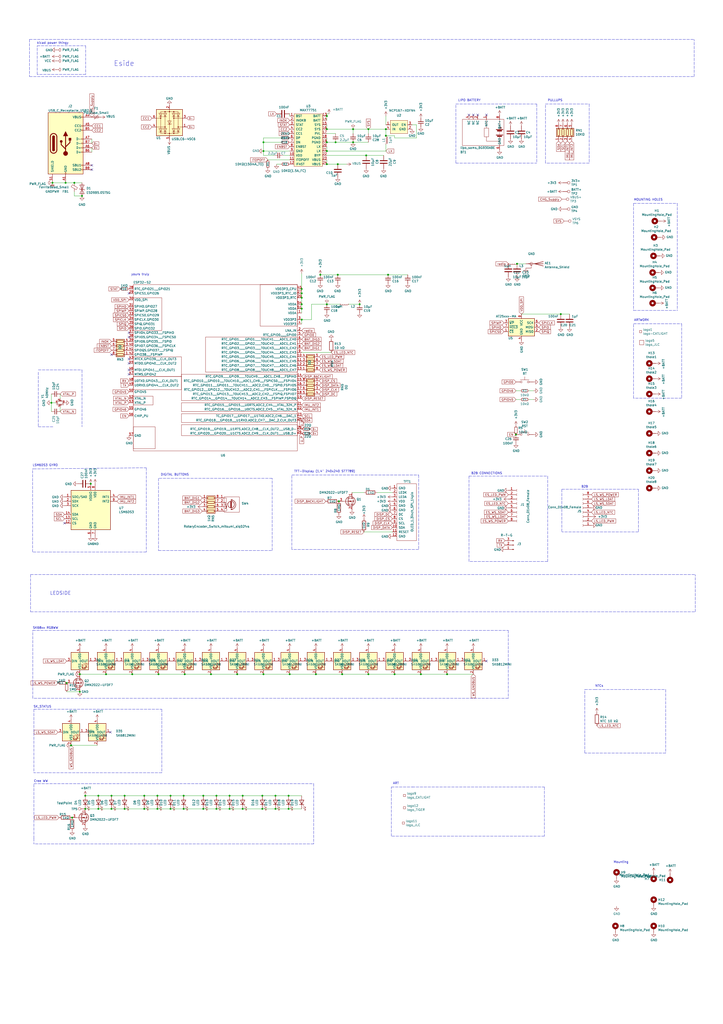
<source format=kicad_sch>
(kicad_sch (version 20210621) (generator eeschema)
  (paper "A2" portrait)
  (title_block (title "CATlight ") (date "2021-05-02") (rev "20") (company "Creative Arts Technology"))
  (junction (at 29.845 233.68) (diameter 0.9144))
  (junction (at 30.48 106.045) (diameter 0.9144))
  (junction (at 38.1 106.045) (diameter 0.9144))
  (junction (at 38.735 396.24) (diameter 0.9144))
  (junction (at 41.275 432.435) (diameter 0.9144))
  (junction (at 41.91 474.345) (diameter 0.9144))
  (junction (at 43.18 106.045) (diameter 0.9144))
  (junction (at 46.355 391.16) (diameter 0.9144))
  (junction (at 46.355 401.32) (diameter 0.9144))
  (junction (at 47.625 113.665) (diameter 0.9144))
  (junction (at 49.53 461.645) (diameter 0.9144))
  (junction (at 49.53 469.265) (diameter 0.9144))
  (junction (at 52.705 280.67) (diameter 0.9144))
  (junction (at 57.15 461.645) (diameter 0.9144))
  (junction (at 57.15 469.265) (diameter 0.9144))
  (junction (at 61.595 391.16) (diameter 0.9144))
  (junction (at 64.77 461.645) (diameter 0.9144))
  (junction (at 64.77 469.265) (diameter 0.9144))
  (junction (at 72.39 461.645) (diameter 0.9144))
  (junction (at 72.39 469.265) (diameter 0.9144))
  (junction (at 76.835 391.16) (diameter 0.9144))
  (junction (at 83.82 461.645) (diameter 0.9144))
  (junction (at 83.82 469.265) (diameter 0.9144))
  (junction (at 91.44 461.645) (diameter 0.9144))
  (junction (at 91.44 469.265) (diameter 0.9144))
  (junction (at 92.075 391.16) (diameter 0.9144))
  (junction (at 99.06 461.645) (diameter 0.9144))
  (junction (at 99.06 469.265) (diameter 0.9144))
  (junction (at 106.68 461.645) (diameter 0.9144))
  (junction (at 106.68 469.265) (diameter 0.9144))
  (junction (at 107.315 391.16) (diameter 0.9144))
  (junction (at 118.11 461.645) (diameter 0.9144))
  (junction (at 118.11 469.265) (diameter 0.9144))
  (junction (at 122.555 391.16) (diameter 0.9144))
  (junction (at 125.73 461.645) (diameter 0.9144))
  (junction (at 125.73 469.265) (diameter 0.9144))
  (junction (at 133.35 461.645) (diameter 0.9144))
  (junction (at 133.35 469.265) (diameter 0.9144))
  (junction (at 137.795 391.16) (diameter 0.9144))
  (junction (at 140.97 461.645) (diameter 0.9144))
  (junction (at 140.97 469.265) (diameter 0.9144))
  (junction (at 152.4 461.645) (diameter 0.9144))
  (junction (at 152.4 469.265) (diameter 0.9144))
  (junction (at 153.035 82.55) (diameter 0.9144))
  (junction (at 153.035 87.63) (diameter 0.9144))
  (junction (at 153.035 391.16) (diameter 0.9144))
  (junction (at 160.02 461.645) (diameter 0.9144))
  (junction (at 160.02 469.265) (diameter 0.9144))
  (junction (at 167.64 461.645) (diameter 0.9144))
  (junction (at 167.64 469.265) (diameter 0.9144))
  (junction (at 168.275 391.16) (diameter 0.9144))
  (junction (at 175.26 167.64) (diameter 0.9144))
  (junction (at 175.26 170.18) (diameter 0.9144))
  (junction (at 175.26 172.72) (diameter 0.9144))
  (junction (at 175.26 176.53) (diameter 0.9144))
  (junction (at 175.26 179.07) (diameter 0.9144))
  (junction (at 175.26 185.42) (diameter 0.9144))
  (junction (at 183.515 391.16) (diameter 0.9144))
  (junction (at 186.055 159.385) (diameter 0.9144))
  (junction (at 189.865 67.31) (diameter 0.9144))
  (junction (at 189.865 74.93) (diameter 0.9144))
  (junction (at 189.865 82.55) (diameter 0.9144))
  (junction (at 189.865 87.63) (diameter 0.9144))
  (junction (at 189.865 95.25) (diameter 0.9144))
  (junction (at 189.865 176.53) (diameter 0.9144))
  (junction (at 194.945 82.55) (diameter 0.9144))
  (junction (at 196.215 95.25) (diameter 0.9144))
  (junction (at 196.215 159.385) (diameter 0.9144))
  (junction (at 196.85 290.83) (diameter 0.9144))
  (junction (at 198.755 391.16) (diameter 0.9144))
  (junction (at 205.105 74.93) (diameter 0.9144))
  (junction (at 205.105 82.55) (diameter 0.9144))
  (junction (at 208.915 176.53) (diameter 0.9144))
  (junction (at 212.725 90.17) (diameter 0.9144))
  (junction (at 213.995 74.93) (diameter 0.9144))
  (junction (at 213.995 391.16) (diameter 0.9144))
  (junction (at 224.155 74.93) (diameter 0.9144))
  (junction (at 224.155 78.74) (diameter 0.9144))
  (junction (at 225.425 159.385) (diameter 0.9144))
  (junction (at 229.235 391.16) (diameter 0.9144))
  (junction (at 244.475 391.16) (diameter 0.9144))
  (junction (at 259.715 391.16) (diameter 0.9144))
  (junction (at 299.72 252.095) (diameter 0.9144))
  (junction (at 300.355 153.035) (diameter 0.9144))
  (junction (at 325.755 182.245) (diameter 0.9144))
  (no_connect (at 37.465 303.53))
  (no_connect (at 53.34 95.885))
  (no_connect (at 53.34 98.425))
  (no_connect (at 64.135 424.815))
  (no_connect (at 64.77 205.74))
  (no_connect (at 74.93 170.18))
  (no_connect (at 74.93 193.04))
  (no_connect (at 74.93 195.58))
  (no_connect (at 74.93 208.28))
  (no_connect (at 74.93 210.82))
  (no_connect (at 74.93 214.63))
  (no_connect (at 74.93 217.17))
  (no_connect (at 272.415 66.675))
  (no_connect (at 274.955 66.675))
  (no_connect (at 277.495 66.675))
  (no_connect (at 282.575 66.675))
  (no_connect (at 282.575 383.54))
  (wire (pts (xy 29.845 233.68) (xy 29.845 228.6)))
  (wire (pts (xy 29.845 238.76) (xy 29.845 233.68)))
  (wire (pts (xy 30.48 106.045) (xy 38.1 106.045)))
  (wire (pts (xy 32.385 233.68) (xy 29.845 233.68)))
  (wire (pts (xy 34.925 231.14) (xy 34.925 228.6)))
  (wire (pts (xy 34.925 236.22) (xy 34.925 238.76)))
  (wire (pts (xy 38.1 106.045) (xy 43.18 106.045)))
  (wire (pts (xy 38.735 401.32) (xy 46.355 401.32)))
  (wire (pts (xy 41.275 432.435) (xy 56.515 432.435)))
  (wire (pts (xy 43.18 106.045) (xy 47.625 106.045)))
  (wire (pts (xy 43.18 111.125) (xy 43.18 113.665)))
  (wire (pts (xy 43.18 113.665) (xy 47.625 113.665)))
  (wire (pts (xy 46.355 391.16) (xy 61.595 391.16)))
  (wire (pts (xy 49.53 461.645) (xy 57.15 461.645)))
  (wire (pts (xy 49.53 469.265) (xy 57.15 469.265)))
  (wire (pts (xy 53.34 80.645) (xy 53.34 83.185)))
  (wire (pts (xy 53.34 85.725) (xy 53.34 88.265)))
  (wire (pts (xy 57.15 461.645) (xy 64.77 461.645)))
  (wire (pts (xy 57.15 469.265) (xy 64.77 469.265)))
  (wire (pts (xy 61.595 391.16) (xy 76.835 391.16)))
  (wire (pts (xy 64.77 461.645) (xy 72.39 461.645)))
  (wire (pts (xy 64.77 469.265) (xy 72.39 469.265)))
  (wire (pts (xy 72.39 461.645) (xy 83.82 461.645)))
  (wire (pts (xy 72.39 469.265) (xy 83.82 469.265)))
  (wire (pts (xy 76.835 391.16) (xy 92.075 391.16)))
  (wire (pts (xy 83.82 461.645) (xy 91.44 461.645)))
  (wire (pts (xy 83.82 469.265) (xy 91.44 469.265)))
  (wire (pts (xy 91.44 461.645) (xy 99.06 461.645)))
  (wire (pts (xy 91.44 469.265) (xy 99.06 469.265)))
  (wire (pts (xy 92.075 391.16) (xy 107.315 391.16)))
  (wire (pts (xy 99.06 461.645) (xy 106.68 461.645)))
  (wire (pts (xy 99.06 469.265) (xy 106.68 469.265)))
  (wire (pts (xy 106.68 461.645) (xy 118.11 461.645)))
  (wire (pts (xy 106.68 469.265) (xy 118.11 469.265)))
  (wire (pts (xy 107.315 391.16) (xy 122.555 391.16)))
  (wire (pts (xy 118.11 461.645) (xy 125.73 461.645)))
  (wire (pts (xy 118.11 469.265) (xy 125.73 469.265)))
  (wire (pts (xy 122.555 391.16) (xy 137.795 391.16)))
  (wire (pts (xy 125.73 461.645) (xy 133.35 461.645)))
  (wire (pts (xy 125.73 469.265) (xy 133.35 469.265)))
  (wire (pts (xy 133.35 461.645) (xy 140.97 461.645)))
  (wire (pts (xy 133.35 469.265) (xy 140.97 469.265)))
  (wire (pts (xy 137.795 391.16) (xy 153.035 391.16)))
  (wire (pts (xy 140.97 461.645) (xy 152.4 461.645)))
  (wire (pts (xy 140.97 469.265) (xy 152.4 469.265)))
  (wire (pts (xy 152.4 461.645) (xy 160.02 461.645)))
  (wire (pts (xy 152.4 469.265) (xy 160.02 469.265)))
  (wire (pts (xy 153.035 80.01) (xy 153.035 82.55)))
  (wire (pts (xy 153.035 82.55) (xy 153.035 87.63)))
  (wire (pts (xy 153.035 82.55) (xy 163.195 82.55)))
  (wire (pts (xy 153.035 90.17) (xy 153.035 87.63)))
  (wire (pts (xy 153.035 391.16) (xy 168.275 391.16)))
  (wire (pts (xy 155.575 92.71) (xy 168.275 92.71)))
  (wire (pts (xy 159.385 90.17) (xy 153.035 90.17)))
  (wire (pts (xy 160.02 461.645) (xy 167.64 461.645)))
  (wire (pts (xy 160.02 469.265) (xy 167.64 469.265)))
  (wire (pts (xy 163.195 80.01) (xy 153.035 80.01)))
  (wire (pts (xy 163.195 95.25) (xy 160.655 95.25)))
  (wire (pts (xy 167.64 461.645) (xy 175.26 461.645)))
  (wire (pts (xy 167.64 469.265) (xy 175.26 469.265)))
  (wire (pts (xy 168.275 67.31) (xy 168.275 66.04)))
  (wire (pts (xy 168.275 87.63) (xy 153.035 87.63)))
  (wire (pts (xy 168.275 90.17) (xy 164.465 90.17)))
  (wire (pts (xy 168.275 391.16) (xy 183.515 391.16)))
  (wire (pts (xy 175.26 158.75) (xy 175.26 167.64)))
  (wire (pts (xy 175.26 167.64) (xy 175.26 170.18)))
  (wire (pts (xy 175.26 170.18) (xy 175.26 172.72)))
  (wire (pts (xy 175.26 172.72) (xy 175.26 176.53)))
  (wire (pts (xy 175.26 176.53) (xy 175.26 179.07)))
  (wire (pts (xy 175.26 179.07) (xy 175.26 181.61)))
  (wire (pts (xy 175.26 185.42) (xy 180.975 185.42)))
  (wire (pts (xy 175.26 187.96) (xy 175.26 185.42)))
  (wire (pts (xy 175.26 204.47) (xy 192.405 204.47)))
  (wire (pts (xy 180.975 176.53) (xy 189.865 176.53)))
  (wire (pts (xy 180.975 185.42) (xy 180.975 176.53)))
  (wire (pts (xy 183.515 391.16) (xy 198.755 391.16)))
  (wire (pts (xy 186.055 159.385) (xy 196.215 159.385)))
  (wire (pts (xy 189.865 66.04) (xy 189.865 67.31)))
  (wire (pts (xy 189.865 67.31) (xy 189.865 69.85)))
  (wire (pts (xy 189.865 72.39) (xy 189.865 74.93)))
  (wire (pts (xy 189.865 74.93) (xy 205.105 74.93)))
  (wire (pts (xy 189.865 82.55) (xy 189.865 80.01)))
  (wire (pts (xy 189.865 85.09) (xy 189.865 87.63)))
  (wire (pts (xy 189.865 87.63) (xy 224.155 87.63)))
  (wire (pts (xy 189.865 90.17) (xy 212.725 90.17)))
  (wire (pts (xy 189.865 92.71) (xy 189.865 95.25)))
  (wire (pts (xy 191.135 66.04) (xy 189.865 66.04)))
  (wire (pts (xy 194.945 77.47) (xy 189.865 77.47)))
  (wire (pts (xy 194.945 82.55) (xy 189.865 82.55)))
  (wire (pts (xy 194.945 82.55) (xy 205.105 82.55)))
  (wire (pts (xy 196.215 95.25) (xy 189.865 95.25)))
  (wire (pts (xy 196.215 95.25) (xy 201.295 95.25)))
  (wire (pts (xy 196.215 159.385) (xy 225.425 159.385)))
  (wire (pts (xy 197.485 176.53) (xy 189.865 176.53)))
  (wire (pts (xy 198.755 391.16) (xy 213.995 391.16)))
  (wire (pts (xy 202.565 176.53) (xy 208.915 176.53)))
  (wire (pts (xy 204.47 285.75) (xy 211.455 285.75)))
  (wire (pts (xy 205.105 74.93) (xy 205.105 77.47)))
  (wire (pts (xy 205.105 74.93) (xy 213.995 74.93)))
  (wire (pts (xy 205.105 82.55) (xy 213.995 82.55)))
  (wire (pts (xy 213.995 74.93) (xy 213.995 77.47)))
  (wire (pts (xy 213.995 74.93) (xy 224.155 74.93)))
  (wire (pts (xy 213.995 391.16) (xy 229.235 391.16)))
  (wire (pts (xy 219.075 285.75) (xy 227.965 285.75)))
  (wire (pts (xy 222.885 90.17) (xy 212.725 90.17)))
  (wire (pts (xy 224.155 67.31) (xy 224.155 72.39)))
  (wire (pts (xy 224.155 78.74) (xy 224.155 74.93)))
  (wire (pts (xy 224.155 83.82) (xy 224.155 87.63)))
  (wire (pts (xy 225.425 159.385) (xy 236.855 159.385)))
  (wire (pts (xy 227.965 308.61) (xy 211.455 308.61)))
  (wire (pts (xy 229.235 78.74) (xy 224.155 78.74)))
  (wire (pts (xy 229.235 80.01) (xy 229.235 78.74)))
  (wire (pts (xy 229.235 391.16) (xy 244.475 391.16)))
  (wire (pts (xy 239.395 72.39) (xy 241.935 72.39)))
  (wire (pts (xy 241.935 72.39) (xy 241.935 80.01)))
  (wire (pts (xy 241.935 80.01) (xy 229.235 80.01)))
  (wire (pts (xy 244.475 391.16) (xy 259.715 391.16)))
  (wire (pts (xy 259.715 391.16) (xy 274.955 391.16)))
  (wire (pts (xy 300.355 153.035) (xy 305.435 153.035)))
  (wire (pts (xy 302.26 226.695) (xy 299.72 226.695)))
  (wire (pts (xy 302.26 231.775) (xy 299.72 231.775)))
  (wire (pts (xy 302.895 182.245) (xy 325.755 182.245)))
  (wire (pts (xy 309.88 226.695) (xy 307.34 226.695)))
  (wire (pts (xy 309.88 231.775) (xy 307.34 231.775)))
  (wire (pts (xy 325.755 182.245) (xy 330.835 182.245)))
  (polyline (pts (xy 17.145 22.86) (xy 17.145 44.45)) (stroke (width 0) (type dash)))
  (polyline (pts (xy 17.145 22.86) (xy 403.225 22.86)) (stroke (width 0) (type dash)))
  (polyline (pts (xy 17.145 44.45) (xy 403.225 44.45)) (stroke (width 0) (type dash)))
  (polyline (pts (xy 17.78 333.375) (xy 17.78 354.965)) (stroke (width 0) (type dash)))
  (polyline (pts (xy 17.78 333.375) (xy 403.86 333.375)) (stroke (width 0) (type dash)))
  (polyline (pts (xy 17.78 354.965) (xy 403.86 354.965)) (stroke (width 0) (type dash)))
  (polyline (pts (xy 18.923 272.034) (xy 19.558 272.034)) (stroke (width 0) (type dash)))
  (polyline (pts (xy 18.923 320.294) (xy 18.923 272.034)) (stroke (width 0) (type dash)))
  (polyline (pts (xy 19.05 365.76) (xy 26.035 365.76)) (stroke (width 0) (type dash)))
  (polyline (pts (xy 19.05 405.13) (xy 19.05 365.76)) (stroke (width 0) (type dash)))
  (polyline (pts (xy 19.558 272.034) (xy 84.963 271.399)) (stroke (width 0) (type dash)))
  (polyline (pts (xy 19.685 411.48) (xy 19.685 448.31)) (stroke (width 0) (type dash)))
  (polyline (pts (xy 19.685 411.48) (xy 93.98 411.48)) (stroke (width 0) (type dash)))
  (polyline (pts (xy 19.685 454.66) (xy 182.245 454.66)) (stroke (width 0) (type dash)))
  (polyline (pts (xy 19.685 486.41) (xy 19.685 454.66)) (stroke (width 0) (type dash)))
  (polyline (pts (xy 19.685 486.41) (xy 19.685 489.585)) (stroke (width 0) (type dash)))
  (polyline (pts (xy 21.59 26.543) (xy 49.784 26.543)) (stroke (width 0) (type dash)))
  (polyline (pts (xy 21.59 43.18) (xy 21.59 26.543)) (stroke (width 0) (type dash)))
  (polyline (pts (xy 22.225 214.63) (xy 47.625 214.63)) (stroke (width 0) (type dash)))
  (polyline (pts (xy 22.225 215.9) (xy 22.225 247.65)) (stroke (width 0) (type dash)))
  (polyline (pts (xy 22.225 247.65) (xy 31.115 247.65)) (stroke (width 0) (type dash)))
  (polyline (pts (xy 26.035 365.76) (xy 102.235 365.76)) (stroke (width 0) (type dash)))
  (polyline (pts (xy 26.035 405.13) (xy 19.05 405.13)) (stroke (width 0) (type dash)))
  (polyline (pts (xy 47.625 214.63) (xy 47.625 247.65)) (stroke (width 0) (type dash)))
  (polyline (pts (xy 49.784 26.543) (xy 49.784 43.18)) (stroke (width 0) (type dash)))
  (polyline (pts (xy 49.784 43.18) (xy 21.59 43.18)) (stroke (width 0) (type dash)))
  (polyline (pts (xy 84.963 271.399) (xy 84.963 320.294)) (stroke (width 0) (type dash)))
  (polyline (pts (xy 84.963 320.294) (xy 18.923 320.294)) (stroke (width 0) (type dash)))
  (polyline (pts (xy 92.075 277.495) (xy 92.075 319.405)) (stroke (width 0) (type dash)))
  (polyline (pts (xy 92.075 319.405) (xy 158.115 319.405)) (stroke (width 0) (type dash)))
  (polyline (pts (xy 93.98 411.48) (xy 93.98 448.31)) (stroke (width 0) (type dash)))
  (polyline (pts (xy 93.98 448.31) (xy 19.685 448.31)) (stroke (width 0) (type dash)))
  (polyline (pts (xy 102.235 365.76) (xy 295.275 365.76)) (stroke (width 0) (type dash)))
  (polyline (pts (xy 102.235 405.13) (xy 26.035 405.13)) (stroke (width 0) (type dash)))
  (polyline (pts (xy 158.115 277.495) (xy 92.075 277.495)) (stroke (width 0) (type dash)))
  (polyline (pts (xy 158.115 319.405) (xy 158.115 277.495)) (stroke (width 0) (type dash)))
  (polyline (pts (xy 169.545 275.59) (xy 243.205 275.59)) (stroke (width 0) (type dash)))
  (polyline (pts (xy 169.545 318.77) (xy 169.545 275.59)) (stroke (width 0) (type dash)))
  (polyline (pts (xy 182.245 454.66) (xy 182.245 489.585)) (stroke (width 0) (type dash)))
  (polyline (pts (xy 182.245 489.585) (xy 19.685 489.585)) (stroke (width 0) (type dash)))
  (polyline (pts (xy 227.33 456.565) (xy 240.03 456.565)) (stroke (width 0) (type dash)))
  (polyline (pts (xy 227.33 485.14) (xy 227.33 456.565)) (stroke (width 0) (type dash)))
  (polyline (pts (xy 239.395 456.565) (xy 316.23 456.565)) (stroke (width 0) (type dash)))
  (polyline (pts (xy 243.205 275.59) (xy 243.205 318.77)) (stroke (width 0) (type dash)))
  (polyline (pts (xy 243.205 318.77) (xy 169.545 318.77)) (stroke (width 0) (type dash)))
  (polyline (pts (xy 264.795 60.325) (xy 311.785 60.325)) (stroke (width 0) (type dash)))
  (polyline (pts (xy 264.795 94.615) (xy 264.795 60.325)) (stroke (width 0) (type dash)))
  (polyline (pts (xy 264.795 94.615) (xy 311.785 94.615)) (stroke (width 0) (type dash)))
  (polyline (pts (xy 272.415 276.225) (xy 318.135 276.225)) (stroke (width 0) (type dash)))
  (polyline (pts (xy 272.415 325.755) (xy 272.415 276.225)) (stroke (width 0) (type dash)))
  (polyline (pts (xy 295.275 365.76) (xy 295.275 405.13)) (stroke (width 0) (type dash)))
  (polyline (pts (xy 295.275 405.13) (xy 102.235 405.13)) (stroke (width 0) (type dash)))
  (polyline (pts (xy 311.785 60.325) (xy 311.785 94.615)) (stroke (width 0) (type dash)))
  (polyline (pts (xy 316.23 456.565) (xy 316.23 485.14)) (stroke (width 0) (type dash)))
  (polyline (pts (xy 316.23 485.14) (xy 227.33 485.14)) (stroke (width 0) (type dash)))
  (polyline (pts (xy 316.865 60.325) (xy 342.265 60.325)) (stroke (width 0) (type dash)))
  (polyline (pts (xy 316.865 94.615) (xy 316.865 60.325)) (stroke (width 0) (type dash)))
  (polyline (pts (xy 318.135 276.225) (xy 318.135 325.755)) (stroke (width 0) (type dash)))
  (polyline (pts (xy 318.135 325.755) (xy 272.415 325.755)) (stroke (width 0) (type dash)))
  (polyline (pts (xy 326.39 283.845) (xy 326.39 308.61)) (stroke (width 0) (type dash)))
  (polyline (pts (xy 326.39 283.845) (xy 370.84 283.845)) (stroke (width 0) (type dash)))
  (polyline (pts (xy 339.725 400.05) (xy 345.44 400.05)) (stroke (width 0) (type dash)))
  (polyline (pts (xy 339.725 436.88) (xy 339.725 400.05)) (stroke (width 0) (type dash)))
  (polyline (pts (xy 342.265 60.325) (xy 342.265 94.615)) (stroke (width 0) (type dash)))
  (polyline (pts (xy 342.265 94.615) (xy 316.865 94.615)) (stroke (width 0) (type dash)))
  (polyline (pts (xy 345.44 400.05) (xy 386.715 400.05)) (stroke (width 0) (type dash)))
  (polyline (pts (xy 368.046 117.983) (xy 368.046 180.086)) (stroke (width 0) (type dash)))
  (polyline (pts (xy 368.046 117.983) (xy 393.446 117.983)) (stroke (width 0) (type dash)))
  (polyline (pts (xy 368.046 180.086) (xy 393.446 180.086)) (stroke (width 0) (type dash)))
  (polyline (pts (xy 368.046 187.833) (xy 395.986 187.833)) (stroke (width 0) (type dash)))
  (polyline (pts (xy 368.046 231.013) (xy 368.046 187.833)) (stroke (width 0) (type dash)))
  (polyline (pts (xy 370.84 283.845) (xy 370.84 308.61)) (stroke (width 0) (type dash)))
  (polyline (pts (xy 370.84 308.61) (xy 326.39 308.61)) (stroke (width 0) (type dash)))
  (polyline (pts (xy 386.715 400.05) (xy 386.715 436.88)) (stroke (width 0) (type dash)))
  (polyline (pts (xy 386.715 436.88) (xy 339.725 436.88)) (stroke (width 0) (type dash)))
  (polyline (pts (xy 393.446 117.983) (xy 393.446 180.086)) (stroke (width 0) (type dash)))
  (polyline (pts (xy 395.986 187.833) (xy 395.986 231.013)) (stroke (width 0) (type dash)))
  (polyline (pts (xy 395.986 231.013) (xy 368.046 231.013)) (stroke (width 0) (type dash)))
  (polyline (pts (xy 403.225 44.45) (xy 403.225 22.86)) (stroke (width 0) (type dash)))
  (polyline (pts (xy 403.86 354.965) (xy 403.86 333.375)) (stroke (width 0) (type dash)))
  (text "LSM6DS3 GYRO" (at 18.923 270.764 0) (effects (font (size 1.27 1.27)) (justify left bottom)))
  (text "SK68xx RGBWW \n" (at 19.05 365.125 0) (effects (font (size 1.27 1.27)) (justify left bottom)))
  (text "kicad power thingy" (at 21.463 25.781 0) (effects (font (size 1.27 1.27)) (justify left bottom)))
  (text "Cree WW\n" (at 27.94 454.025 180) (effects (font (size 1.27 1.27)) (justify right bottom)))
  (text "SK_STATUS\n" (at 29.845 410.845 180) (effects (font (size 1.27 1.27)) (justify right bottom)))
  (text "LEDSIDE" (at 41.275 345.44 180) (effects (font (size 2 2)) (justify right bottom)))
  (text "yours truly" (at 76.2 160.02 0) (effects (font (size 1.27 1.27)) (justify left bottom)))
  (text "Eside" (at 78.105 38.735 180) (effects (font (size 3 3)) (justify right bottom)))
  (text "DIGITAL BUTTONS\n" (at 93.345 276.225 0) (effects (font (size 1.27 1.27)) (justify left bottom)))
  (text "TFT-Display (1,4\" 240x240 ST7789)" (at 170.815 274.32 0) (effects (font (size 1.27 1.27)) (justify left bottom)))
  (text "ART" (at 231.775 455.295 180) (effects (font (size 1.27 1.27)) (justify right bottom)))
  (text "LIPO BATTERY" (at 266.065 59.055 0) (effects (font (size 1.27 1.27)) (justify left bottom)))
  (text "B2B CONNECTIONS\n\n" (at 273.685 277.495 0) (effects (font (size 1.27 1.27)) (justify left bottom)))
  (text "PULLUPS\n" (at 318.135 59.055 0) (effects (font (size 1.27 1.27)) (justify left bottom)))
  (text "B2B\n" (at 341.63 283.21 180) (effects (font (size 1.27 1.27)) (justify right bottom)))
  (text "NTCs\n" (at 350.52 398.78 180) (effects (font (size 1.27 1.27)) (justify right bottom)))
  (text "Mounting\n" (at 365.125 501.015 180) (effects (font (size 1.27 1.27)) (justify right bottom)))
  (text "MOUNTING HOLES" (at 368.173 116.713 0) (effects (font (size 1.27 1.27)) (justify left bottom)))
  (text "ARTWORK\n" (at 368.3 186.563 0) (effects (font (size 1.27 1.27)) (justify left bottom)))
  (global_label "LS_WS_POWER" (shape input) (at 33.655 396.24 180) (property "Intersheet References" "${INTERSHEET_REFS}" (effects hide)))
  (global_label "LS_WS_SDAT" (shape input) (at 33.655 424.815 180) (property "Intersheet References" "${INTERSHEET_REFS}" (effects hide)))
  (global_label "LS_LED_PWM" (shape input) (at 34.29 474.345 180) (property "Intersheet References" "${INTERSHEET_REFS}" (effects hide)))
  (global_label "XTAL_P" (shape input) (at 34.925 228.6 0) (property "Intersheet References" "${INTERSHEET_REFS}" (effects hide)))
  (global_label "XTAL_N" (shape input) (at 34.925 238.76 0) (property "Intersheet References" "${INTERSHEET_REFS}" (effects hide)))
  (global_label "SDA" (shape input) (at 37.465 298.45 180) (property "Intersheet References" "${INTERSHEET_REFS}" (effects hide)))
  (global_label "SCL" (shape input) (at 37.465 300.99 180) (property "Intersheet References" "${INTERSHEET_REFS}" (effects hide)))
  (global_label "LS_WS_LDAT" (shape input) (at 38.735 383.54 180) (property "Intersheet References" "${INTERSHEET_REFS}" (effects hide)))
  (global_label "WS_GNDBUS" (shape input) (at 41.275 432.435 270) (property "Intersheet References" "${INTERSHEET_REFS}" (effects hide)))
  (global_label "CHG_Supply" (shape input) (at 53.34 67.945 90) (property "Intersheet References" "${INTERSHEET_REFS}" (effects hide)))
  (global_label "CC1" (shape input) (at 53.34 73.025 0) (property "Intersheet References" "${INTERSHEET_REFS}" (effects hide)))
  (global_label "CC2" (shape input) (at 53.34 75.565 0) (property "Intersheet References" "${INTERSHEET_REFS}" (effects hide)))
  (global_label "D-" (shape input) (at 53.34 83.185 0) (effects (font (size 0.9906 0.9906))) (property "Intersheet References" "${INTERSHEET_REFS}" (effects hide)))
  (global_label "D+" (shape input) (at 53.34 85.725 0) (effects (font (size 0.9906 0.9906))) (property "Intersheet References" "${INTERSHEET_REFS}" (effects hide)))
  (global_label "INOK" (shape input) (at 64.77 198.12 180) (property "Intersheet References" "${INTERSHEET_REFS}" (effects hide)))
  (global_label "ENBST" (shape input) (at 64.77 200.66 180) (property "Intersheet References" "${INTERSHEET_REFS}" (effects hide)))
  (global_label "ITOPOFF" (shape input) (at 64.77 203.2 180) (property "Intersheet References" "${INTERSHEET_REFS}" (effects hide)))
  (global_label "IMU_INT1" (shape input) (at 67.945 288.29 0) (property "Intersheet References" "${INTERSHEET_REFS}" (effects hide)))
  (global_label "IMU_INT2" (shape input) (at 67.945 290.83 0) (property "Intersheet References" "${INTERSHEET_REFS}" (effects hide)))
  (global_label "STAT" (shape input) (at 69.85 167.64 180) (property "Intersheet References" "${INTERSHEET_REFS}" (effects hide)))
  (global_label "VDD_SPI" (shape input) (at 74.93 173.99 180) (property "Intersheet References" "${INTERSHEET_REFS}" (effects hide)))
  (global_label "SPIHD" (shape input) (at 74.93 177.8 180) (property "Intersheet References" "${INTERSHEET_REFS}" (effects hide)))
  (global_label "SPIWP" (shape input) (at 74.93 180.34 180) (property "Intersheet References" "${INTERSHEET_REFS}" (effects hide)))
  (global_label "SPICS0" (shape input) (at 74.93 182.88 180) (property "Intersheet References" "${INTERSHEET_REFS}" (effects hide)))
  (global_label "SPICLK" (shape input) (at 74.93 185.42 180) (property "Intersheet References" "${INTERSHEET_REFS}" (effects hide)))
  (global_label "SPIQ" (shape input) (at 74.93 187.96 180) (property "Intersheet References" "${INTERSHEET_REFS}" (effects hide)))
  (global_label "SPID" (shape input) (at 74.93 190.5 180) (property "Intersheet References" "${INTERSHEET_REFS}" (effects hide)))
  (global_label "RX" (shape input) (at 74.93 220.98 180) (property "Intersheet References" "${INTERSHEET_REFS}" (effects hide)))
  (global_label "TX" (shape input) (at 74.93 223.52 180) (property "Intersheet References" "${INTERSHEET_REFS}" (effects hide)))
  (global_label "GPIO45" (shape input) (at 74.93 227.33 180) (property "Intersheet References" "${INTERSHEET_REFS}" (effects hide)))
  (global_label "XTAL_N" (shape input) (at 74.93 231.14 180) (property "Intersheet References" "${INTERSHEET_REFS}" (effects hide)))
  (global_label "XTAL_P" (shape input) (at 74.93 233.68 180) (property "Intersheet References" "${INTERSHEET_REFS}" (effects hide)))
  (global_label "GPIO46" (shape input) (at 74.93 237.49 180) (property "Intersheet References" "${INTERSHEET_REFS}" (effects hide)))
  (global_label "EN" (shape input) (at 74.93 241.3 180) (property "Intersheet References" "${INTERSHEET_REFS}" (effects hide)))
  (global_label "CC1" (shape input) (at 88.265 68.58 180) (property "Intersheet References" "${INTERSHEET_REFS}" (effects hide)))
  (global_label "CC2" (shape input) (at 88.265 73.66 180) (property "Intersheet References" "${INTERSHEET_REFS}" (effects hide)))
  (global_label "D-" (shape input) (at 108.585 68.58 0) (effects (font (size 0.9906 0.9906))) (property "Intersheet References" "${INTERSHEET_REFS}" (effects hide)))
  (global_label "D+" (shape input) (at 108.585 73.66 0) (effects (font (size 0.9906 0.9906))) (property "Intersheet References" "${INTERSHEET_REFS}" (effects hide)))
  (global_label "BNT_DIG1" (shape input) (at 117.475 288.925 180) (property "Intersheet References" "${INTERSHEET_REFS}" (effects hide)))
  (global_label "BNT_DIG2" (shape input) (at 117.475 291.465 180) (property "Intersheet References" "${INTERSHEET_REFS}" (effects hide)))
  (global_label "BNT_DIG3" (shape input) (at 117.475 296.545 180) (property "Intersheet References" "${INTERSHEET_REFS}" (effects hide)))
  (global_label "ITOPOFF" (shape input) (at 155.575 92.71 180) (property "Intersheet References" "${INTERSHEET_REFS}" (effects hide)))
  (global_label "LX" (shape input) (at 160.655 66.04 180) (property "Intersheet References" "${INTERSHEET_REFS}" (effects hide)))
  (global_label "INOK" (shape input) (at 168.275 69.85 180) (property "Intersheet References" "${INTERSHEET_REFS}" (effects hide)))
  (global_label "STAT" (shape input) (at 168.275 72.39 180) (property "Intersheet References" "${INTERSHEET_REFS}" (effects hide)))
  (global_label "CC2" (shape input) (at 168.275 74.93 180) (property "Intersheet References" "${INTERSHEET_REFS}" (effects hide)))
  (global_label "CC1" (shape input) (at 168.275 77.47 180) (property "Intersheet References" "${INTERSHEET_REFS}" (effects hide)))
  (global_label "ENBST" (shape input) (at 168.275 85.09 180) (property "Intersheet References" "${INTERSHEET_REFS}" (effects hide)))
  (global_label "radio" (shape input) (at 175.26 191.77 0) (property "Intersheet References" "${INTERSHEET_REFS}" (effects hide)))
  (global_label "GPIO0" (shape input) (at 175.26 194.31 0) (property "Intersheet References" "${INTERSHEET_REFS}" (effects hide)))
  (global_label "BNT_DIG3" (shape input) (at 175.26 196.85 0) (property "Intersheet References" "${INTERSHEET_REFS}" (effects hide)))
  (global_label "BNT_DIG2" (shape input) (at 175.26 199.39 0) (property "Intersheet References" "${INTERSHEET_REFS}" (effects hide)))
  (global_label "BNT_DIG1" (shape input) (at 175.26 201.93 0) (property "Intersheet References" "${INTERSHEET_REFS}" (effects hide)))
  (global_label "DISP_BACKLIGHT" (shape input) (at 175.26 218.44 0) (property "Intersheet References" "${INTERSHEET_REFS}" (effects hide)))
  (global_label "DISP_RESET" (shape input) (at 175.26 231.14 0) (property "Intersheet References" "${INTERSHEET_REFS}" (effects hide)))
  (global_label "IMU_INT2" (shape input) (at 175.26 234.95 0) (property "Intersheet References" "${INTERSHEET_REFS}" (effects hide)))
  (global_label "IMU_INT1" (shape input) (at 175.26 237.49 0) (property "Intersheet References" "${INTERSHEET_REFS}" (effects hide)))
  (global_label "SCL" (shape input) (at 175.26 241.3 0) (property "Intersheet References" "${INTERSHEET_REFS}" (effects hide)))
  (global_label "SDA" (shape input) (at 175.26 243.84 0) (property "Intersheet References" "${INTERSHEET_REFS}" (effects hide)))
  (global_label "U_N" (shape input) (at 175.26 248.92 90) (property "Intersheet References" "${INTERSHEET_REFS}" (effects hide)))
  (global_label "U_P" (shape input) (at 175.26 251.46 270) (property "Intersheet References" "${INTERSHEET_REFS}" (effects hide)))
  (global_label "D-" (shape input) (at 180.34 248.92 0) (effects (font (size 0.9906 0.9906))) (property "Intersheet References" "${INTERSHEET_REFS}" (effects hide)))
  (global_label "D+" (shape input) (at 180.34 251.46 0) (effects (font (size 0.9906 0.9906))) (property "Intersheet References" "${INTERSHEET_REFS}" (effects hide)))
  (global_label "ES_LED_PWM" (shape input) (at 185.42 207.01 0) (property "Intersheet References" "${INTERSHEET_REFS}" (effects hide)))
  (global_label "ES_WS_SDAT" (shape input) (at 185.42 209.55 0) (property "Intersheet References" "${INTERSHEET_REFS}" (effects hide)))
  (global_label "ES_WS_LDAT" (shape input) (at 185.42 212.09 0) (property "Intersheet References" "${INTERSHEET_REFS}" (effects hide)))
  (global_label "ES_WS_POWER" (shape input) (at 185.42 214.63 0) (property "Intersheet References" "${INTERSHEET_REFS}" (effects hide)))
  (global_label "DISP_CS" (shape input) (at 185.42 220.98 0) (property "Intersheet References" "${INTERSHEET_REFS}" (effects hide)))
  (global_label "DISP_DATA" (shape input) (at 185.42 223.52 0) (property "Intersheet References" "${INTERSHEET_REFS}" (effects hide)))
  (global_label "DISP_CLK" (shape input) (at 185.42 226.06 0) (property "Intersheet References" "${INTERSHEET_REFS}" (effects hide)))
  (global_label "DISP_DC" (shape input) (at 185.42 228.6 0) (property "Intersheet References" "${INTERSHEET_REFS}" (effects hide)))
  (global_label "DISP_BACKLIGHT" (shape input) (at 189.23 290.83 180) (property "Intersheet References" "${INTERSHEET_REFS}" (effects hide)))
  (global_label "ES_LED_NTC" (shape input) (at 192.405 204.47 0) (property "Intersheet References" "${INTERSHEET_REFS}" (effects hide)))
  (global_label "DISP_RESET" (shape input) (at 211.455 308.61 180) (property "Intersheet References" "${INTERSHEET_REFS}" (effects hide)))
  (global_label "SYS" (shape input) (at 213.995 74.93 90) (property "Intersheet References" "${INTERSHEET_REFS}" (effects hide)))
  (global_label "LX" (shape input) (at 224.155 87.63 0) (property "Intersheet References" "${INTERSHEET_REFS}" (effects hide)))
  (global_label "DISP_DC" (shape input) (at 227.965 298.45 180) (property "Intersheet References" "${INTERSHEET_REFS}" (effects hide)))
  (global_label "DISP_CS" (shape input) (at 227.965 300.99 180) (property "Intersheet References" "${INTERSHEET_REFS}" (effects hide)))
  (global_label "DISP_CLK" (shape input) (at 227.965 303.53 180) (property "Intersheet References" "${INTERSHEET_REFS}" (effects hide)))
  (global_label "DISP_DATA" (shape input) (at 227.965 306.07 180) (property "Intersheet References" "${INTERSHEET_REFS}" (effects hide)))
  (global_label "WS_GNDBUS" (shape input) (at 274.955 391.16 270) (property "Intersheet References" "${INTERSHEET_REFS}" (effects hide)))
  (global_label "SPIWP" (shape input) (at 292.735 187.325 180) (property "Intersheet References" "${INTERSHEET_REFS}" (effects hide)))
  (global_label "SPIHD" (shape input) (at 292.735 189.865 180) (property "Intersheet References" "${INTERSHEET_REFS}" (effects hide)))
  (global_label "SPICS0" (shape input) (at 292.735 192.405 180) (property "Intersheet References" "${INTERSHEET_REFS}" (effects hide)))
  (global_label "RX" (shape input) (at 293.37 313.69 180) (property "Intersheet References" "${INTERSHEET_REFS}" (effects hide)))
  (global_label "TX" (shape input) (at 293.37 316.23 180) (property "Intersheet References" "${INTERSHEET_REFS}" (effects hide)))
  (global_label "radio" (shape input) (at 295.275 153.035 180) (property "Intersheet References" "${INTERSHEET_REFS}" (effects hide)))
  (global_label "ES_LED_PWM" (shape input) (at 295.275 287.02 180) (property "Intersheet References" "${INTERSHEET_REFS}" (effects hide)))
  (global_label "ES_LED_NTC" (shape input) (at 295.275 292.1 180) (property "Intersheet References" "${INTERSHEET_REFS}" (effects hide)))
  (global_label "ES_WS_SDAT" (shape input) (at 295.275 297.18 180) (property "Intersheet References" "${INTERSHEET_REFS}" (effects hide)))
  (global_label "ES_WS_LDAT" (shape input) (at 295.275 299.72 180) (property "Intersheet References" "${INTERSHEET_REFS}" (effects hide)))
  (global_label "ES_WS_POWER" (shape input) (at 295.275 302.26 180) (property "Intersheet References" "${INTERSHEET_REFS}" (effects hide)))
  (global_label "GPIO0" (shape input) (at 299.72 221.615 180) (property "Intersheet References" "${INTERSHEET_REFS}" (effects hide)))
  (global_label "GPIO46" (shape input) (at 299.72 226.695 180) (property "Intersheet References" "${INTERSHEET_REFS}" (effects hide)))
  (global_label "GPIO45" (shape input) (at 299.72 231.775 180) (property "Intersheet References" "${INTERSHEET_REFS}" (effects hide)))
  (global_label "EN" (shape input) (at 299.72 252.095 180) (property "Intersheet References" "${INTERSHEET_REFS}" (effects hide)))
  (global_label "VDD_SPI" (shape input) (at 302.895 182.245 90) (property "Intersheet References" "${INTERSHEET_REFS}" (effects hide)))
  (global_label "SPICLK" (shape input) (at 313.055 187.325 0) (property "Intersheet References" "${INTERSHEET_REFS}" (effects hide)))
  (global_label "SPID" (shape input) (at 313.055 189.865 0) (property "Intersheet References" "${INTERSHEET_REFS}" (effects hide)))
  (global_label "SPIQ" (shape input) (at 313.055 192.405 0) (property "Intersheet References" "${INTERSHEET_REFS}" (effects hide)))
  (global_label "SDA" (shape input) (at 324.485 81.915 270) (property "Intersheet References" "${INTERSHEET_REFS}" (effects hide)))
  (global_label "CHG_Supply" (shape input) (at 326.39 115.57 180) (property "Intersheet References" "${INTERSHEET_REFS}" (effects hide)))
  (global_label "SCL" (shape input) (at 327.025 81.915 270) (property "Intersheet References" "${INTERSHEET_REFS}" (effects hide)))
  (global_label "SYS" (shape input) (at 327.66 128.27 180) (property "Intersheet References" "${INTERSHEET_REFS}" (effects hide)))
  (global_label "IMU_INT1" (shape input) (at 329.565 81.915 270) (property "Intersheet References" "${INTERSHEET_REFS}" (effects hide)))
  (global_label "IMU_INT2" (shape input) (at 332.105 81.915 270) (property "Intersheet References" "${INTERSHEET_REFS}" (effects hide)))
  (global_label "LS_WS_POWER" (shape input) (at 343.535 287.02 0) (property "Intersheet References" "${INTERSHEET_REFS}" (effects hide)))
  (global_label "LS_WS_LDAT" (shape input) (at 343.535 289.56 0) (property "Intersheet References" "${INTERSHEET_REFS}" (effects hide)))
  (global_label "LS_WS_SDAT" (shape input) (at 343.535 292.1 0) (property "Intersheet References" "${INTERSHEET_REFS}" (effects hide)))
  (global_label "LS_LED_NTC" (shape input) (at 343.535 297.18 0) (property "Intersheet References" "${INTERSHEET_REFS}" (effects hide)))
  (global_label "LS_LED_PWM" (shape input) (at 343.535 302.26 0) (property "Intersheet References" "${INTERSHEET_REFS}" (effects hide)))
  (global_label "LS_LED_NTC" (shape input) (at 346.71 421.005 0) (property "Intersheet References" "${INTERSHEET_REFS}" (effects hide)))
  (symbol (lib_id "nicos-parts:logo_contact") (at 234.95 479.425 0) (unit 1)
    (property "Reference" "logo11" (at 235.6612 476.3516 0) (effects (justify left)))
    (property "Value" "logo_JLC" (at 235.6612 478.663 0) (effects (justify left)))
    (property "Footprint" "lt_foots:JLC-SERIAL" (effects hide))
  )
  (symbol (lib_id "nicos-parts:logo_contact") (at 235.585 463.423 0) (unit 1)
    (property "Reference" "logo9" (at 236.2962 460.3496 0) (effects (justify left)))
    (property "Value" "logo_CATLIGHT" (at 236.2962 462.661 0) (effects (justify left)))
    (property "Footprint" "lt_foots:LOGO_CATLIGHT_4_small" (effects hide))
  )
  (symbol (lib_id "nicos-parts:logo_contact") (at 235.585 470.535 0) (unit 1)
    (property "Reference" "logo12" (at 236.2962 467.4616 0) (effects (justify left)))
    (property "Value" "logo_TIGER" (at 236.2962 469.773 0) (effects (justify left)))
    (property "Footprint" "lt_foots:LOGO_Tiger_1" (effects hide))
  )
  (symbol (lib_id "nicos-parts:logo-cc-by-sa") (at 371.475 194.31 0) (unit 1)
    (property "Reference" "logo1" (at 373.4562 191.2366 0) (effects (justify left)))
    (property "Value" "logo-CATLIGHT" (at 373.4562 193.548 0) (effects (justify left)))
    (property "Footprint" "lt_foots:LOGO_CATLIGHT_4" (effects hide))
  )
  (symbol (lib_id "power:+BATT") (at 32.893 32.766 90) (unit 1)
    (property "Reference" "#PWR091" (effects hide))
    (property "Value" "+BATT" (at 29.083 32.766 90) (effects (justify left)))
  )
  (symbol (lib_id "power:VCC") (at 32.893 35.306 90) (unit 1)
    (property "Reference" "#PWR092" (effects hide))
    (property "Value" "VCC" (at 27.813 35.306 90))
  )
  (symbol (lib_id "power:VBUS") (at 32.893 40.386 90) (mirror x) (unit 1)
    (property "Reference" "#PWR094" (effects hide))
    (property "Value" "VBUS" (at 29.6418 40.767 90) (effects (justify left)))
  )
  (symbol (lib_id "power:+BATT") (at 41.275 417.195 0) (unit 1)
    (property "Reference" "#PWR0122" (effects hide))
    (property "Value" "+BATT" (at 41.656 412.8008 0))
  )
  (symbol (lib_id "power:+BATT") (at 46.355 375.92 0) (unit 1)
    (property "Reference" "#PWR02" (effects hide))
    (property "Value" "+BATT" (at 46.736 371.5258 0))
  )
  (symbol (lib_id "power:+BATT") (at 49.53 461.645 0) (unit 1)
    (property "Reference" "#PWR0104" (effects hide))
    (property "Value" "+BATT" (at 49.911 457.2508 0))
  )
  (symbol (lib_id "power:+3V3") (at 52.705 280.67 0) (unit 1)
    (property "Reference" "#PWR082" (effects hide))
    (property "Value" "+3V3" (at 52.705 276.86 90) (effects (justify left)))
  )
  (symbol (lib_id "power:+3V3") (at 55.245 280.67 0) (unit 1)
    (property "Reference" "#PWR083" (effects hide))
    (property "Value" "+3V3" (at 55.245 276.86 90) (effects (justify left)))
  )
  (symbol (lib_id "power:+BATT") (at 56.515 417.195 0) (unit 1)
    (property "Reference" "#PWR0123" (effects hide))
    (property "Value" "+BATT" (at 56.896 412.8008 0))
  )
  (symbol (lib_id "power:VBUS") (at 58.42 67.945 270) (mirror x) (unit 1)
    (property "Reference" "#PWR07" (effects hide))
    (property "Value" "VBUS" (at 61.6712 67.564 90) (effects (justify left)))
  )
  (symbol (lib_id "power:+BATT") (at 61.595 375.92 0) (unit 1)
    (property "Reference" "#PWR017" (effects hide))
    (property "Value" "+BATT" (at 61.976 371.5258 0))
  )
  (symbol (lib_id "power:+BATT") (at 76.835 375.92 0) (unit 1)
    (property "Reference" "#PWR048" (effects hide))
    (property "Value" "+BATT" (at 77.216 371.5258 0))
  )
  (symbol (lib_id "power:+BATT") (at 92.075 375.92 0) (unit 1)
    (property "Reference" "#PWR084" (effects hide))
    (property "Value" "+BATT" (at 92.456 371.5258 0))
  )
  (symbol (lib_id "power:VBUS") (at 98.425 81.28 180) (unit 1)
    (property "Reference" "#PWR020" (effects hide))
    (property "Value" "VBUS" (at 98.044 84.5312 90) (effects (justify left)))
  )
  (symbol (lib_id "power:+BATT") (at 107.315 375.92 0) (unit 1)
    (property "Reference" "#PWR085" (effects hide))
    (property "Value" "+BATT" (at 107.696 371.5258 0))
  )
  (symbol (lib_id "power:+3V3") (at 117.475 294.005 90) (mirror x) (unit 1)
    (property "Reference" "#PWR0109" (effects hide))
    (property "Value" "+3V3" (at 113.665 294.005 90) (effects (justify left)))
  )
  (symbol (lib_id "power:+BATT") (at 122.555 375.92 0) (unit 1)
    (property "Reference" "#PWR086" (effects hide))
    (property "Value" "+BATT" (at 122.936 371.5258 0))
  )
  (symbol (lib_id "power:+BATT") (at 137.795 375.92 0) (unit 1)
    (property "Reference" "#PWR0112" (effects hide))
    (property "Value" "+BATT" (at 138.176 371.5258 0))
  )
  (symbol (lib_id "power:+BATT") (at 153.035 375.92 0) (unit 1)
    (property "Reference" "#PWR0113" (effects hide))
    (property "Value" "+BATT" (at 153.416 371.5258 0))
  )
  (symbol (lib_id "power:+BATT") (at 168.275 375.92 0) (unit 1)
    (property "Reference" "#PWR0114" (effects hide))
    (property "Value" "+BATT" (at 168.656 371.5258 0))
  )
  (symbol (lib_id "power:+3V3") (at 175.26 158.75 0) (mirror y) (unit 1)
    (property "Reference" "#PWR044" (effects hide))
    (property "Value" "+3V3" (at 175.26 154.94 90) (effects (justify left)))
  )
  (symbol (lib_id "power:+BATT") (at 183.515 375.92 0) (unit 1)
    (property "Reference" "#PWR0115" (effects hide))
    (property "Value" "+BATT" (at 183.896 371.5258 0))
  )
  (symbol (lib_id "power:+3V3") (at 186.055 159.385 0) (mirror y) (unit 1)
    (property "Reference" "#PWR045" (effects hide))
    (property "Value" "+3V3" (at 186.055 155.575 90) (effects (justify left)))
  )
  (symbol (lib_id "power:+BATT") (at 191.135 66.04 0) (unit 1)
    (property "Reference" "#PWR04" (effects hide))
    (property "Value" "+BATT" (at 196.215 63.5 0))
  )
  (symbol (lib_id "power:+BATT") (at 198.755 375.92 0) (unit 1)
    (property "Reference" "#PWR0116" (effects hide))
    (property "Value" "+BATT" (at 199.136 371.5258 0))
  )
  (symbol (lib_id "power:VBUS") (at 201.295 95.25 270) (mirror x) (unit 1)
    (property "Reference" "#PWR026" (effects hide))
    (property "Value" "VBUS" (at 204.5462 94.869 90) (effects (justify left)))
  )
  (symbol (lib_id "power:+3V3") (at 208.915 176.53 0) (unit 1)
    (property "Reference" "#PWR054" (effects hide))
    (property "Value" "+3V3" (at 208.915 172.72 90) (effects (justify left)))
  )
  (symbol (lib_id "power:+3V3") (at 211.455 300.99 0) (unit 1)
    (property "Reference" "#PWR079" (effects hide))
    (property "Value" "+3V3" (at 211.455 298.45 90) (effects (justify left)))
  )
  (symbol (lib_id "power:+BATT") (at 213.995 375.92 0) (unit 1)
    (property "Reference" "#PWR0117" (effects hide))
    (property "Value" "+BATT" (at 214.376 371.5258 0))
  )
  (symbol (lib_id "power:+3V3") (at 224.155 67.31 0) (unit 1)
    (property "Reference" "#PWR06" (effects hide))
    (property "Value" "+3V3" (at 224.155 63.5 90) (effects (justify left)))
  )
  (symbol (lib_id "power:+3V3") (at 227.965 288.29 90) (unit 1)
    (property "Reference" "#PWR072" (effects hide))
    (property "Value" "+3V3" (at 224.155 288.29 90) (effects (justify left)))
  )
  (symbol (lib_id "power:+3V3") (at 227.965 290.83 90) (unit 1)
    (property "Reference" "#PWR074" (effects hide))
    (property "Value" "+3V3" (at 224.155 290.83 90) (effects (justify left)))
  )
  (symbol (lib_id "power:+BATT") (at 229.235 375.92 0) (unit 1)
    (property "Reference" "#PWR0118" (effects hide))
    (property "Value" "+BATT" (at 229.616 371.5258 0))
  )
  (symbol (lib_id "power:+3V3") (at 244.475 68.58 0) (unit 1)
    (property "Reference" "#PWR08" (effects hide))
    (property "Value" "+3V3" (at 244.475 64.77 90) (effects (justify left)))
  )
  (symbol (lib_id "power:+BATT") (at 244.475 375.92 0) (unit 1)
    (property "Reference" "#PWR0119" (effects hide))
    (property "Value" "+BATT" (at 244.856 371.5258 0))
  )
  (symbol (lib_id "power:+BATT") (at 259.715 375.92 0) (unit 1)
    (property "Reference" "#PWR0120" (effects hide))
    (property "Value" "+BATT" (at 260.096 371.5258 0))
  )
  (symbol (lib_id "power:+BATT") (at 274.955 375.92 0) (unit 1)
    (property "Reference" "#PWR0121" (effects hide))
    (property "Value" "+BATT" (at 275.336 371.5258 0))
  )
  (symbol (lib_id "power:+BATT") (at 290.195 66.675 0) (unit 1)
    (property "Reference" "#PWR05" (effects hide))
    (property "Value" "+BATT" (at 290.576 62.2808 0))
  )
  (symbol (lib_id "power:+3V3") (at 295.275 289.56 90) (mirror x) (unit 1)
    (property "Reference" "#PWR0108" (effects hide))
    (property "Value" "+3V3" (at 291.465 289.56 90) (effects (justify left)))
  )
  (symbol (lib_id "power:+BATT") (at 296.545 73.025 0) (unit 1)
    (property "Reference" "#PWR013" (effects hide))
    (property "Value" "+BATT" (at 296.926 68.6308 0))
  )
  (symbol (lib_id "power:+3V3") (at 299.72 247.015 0) (unit 1)
    (property "Reference" "#PWR068" (effects hide))
    (property "Value" "+3V3" (at 299.72 243.205 90) (effects (justify left)))
  )
  (symbol (lib_id "power:+BATT") (at 302.895 73.025 0) (unit 1)
    (property "Reference" "#PWR014" (effects hide))
    (property "Value" "+BATT" (at 303.276 68.6308 0))
  )
  (symbol (lib_id "power:+3V3") (at 324.485 71.755 0) (unit 1)
    (property "Reference" "#PWR09" (effects hide))
    (property "Value" "+3V3" (at 324.485 67.945 90) (effects (justify left)))
  )
  (symbol (lib_id "power:+3V3") (at 327.025 71.755 0) (unit 1)
    (property "Reference" "#PWR010" (effects hide))
    (property "Value" "+3V3" (at 327.025 67.945 90) (effects (justify left)))
  )
  (symbol (lib_id "power:+3V3") (at 327.025 106.045 90) (unit 1)
    (property "Reference" "#PWR033" (effects hide))
    (property "Value" "+3V3" (at 323.215 106.045 90) (effects (justify left)))
  )
  (symbol (lib_id "power:+BATT") (at 327.025 111.125 90) (unit 1)
    (property "Reference" "#PWR034" (effects hide))
    (property "Value" "+BATT" (at 320.675 111.125 90))
  )
  (symbol (lib_id "power:+3V3") (at 329.565 71.755 0) (unit 1)
    (property "Reference" "#PWR011" (effects hide))
    (property "Value" "+3V3" (at 329.565 67.945 90) (effects (justify left)))
  )
  (symbol (lib_id "power:+3V3") (at 332.105 71.755 0) (unit 1)
    (property "Reference" "#PWR012" (effects hide))
    (property "Value" "+3V3" (at 332.105 67.945 90) (effects (justify left)))
  )
  (symbol (lib_id "power:+3V3") (at 343.535 299.72 270) (mirror x) (unit 1)
    (property "Reference" "#PWR0111" (effects hide))
    (property "Value" "+3V3" (at 347.345 299.72 90) (effects (justify left)))
  )
  (symbol (lib_id "power:+3V3") (at 346.71 413.385 0) (unit 1)
    (property "Reference" "#PWR030" (effects hide))
    (property "Value" "+3V3" (at 346.71 409.575 90) (effects (justify left)))
  )
  (symbol (lib_id "power:+BATT") (at 379.73 506.095 0) (unit 1)
    (property "Reference" "#PWR097" (effects hide))
    (property "Value" "+BATT" (at 380.111 501.7008 0))
  )
  (symbol (lib_id "power:+BATT") (at 381 210.82 270) (unit 1)
    (property "Reference" "#PWR0105" (effects hide))
    (property "Value" "+BATT" (at 385.3942 211.201 0))
  )
  (symbol (lib_id "power:+BATT") (at 381 219.71 270) (unit 1)
    (property "Reference" "#PWR0129" (effects hide))
    (property "Value" "+BATT" (at 385.3942 220.091 0))
  )
  (symbol (lib_id "power:+BATT") (at 381 228.6 270) (unit 1)
    (property "Reference" "#PWR0130" (effects hide))
    (property "Value" "+BATT" (at 385.3942 228.981 0))
  )
  (symbol (lib_id "power:+BATT") (at 381 238.76 270) (unit 1)
    (property "Reference" "#PWR0131" (effects hide))
    (property "Value" "+BATT" (at 385.3942 239.141 0))
  )
  (symbol (lib_id "power:+BATT") (at 382.905 175.895 270) (unit 1)
    (property "Reference" "#PWR053" (effects hide))
    (property "Value" "+BATT" (at 387.2992 176.276 0))
  )
  (symbol (lib_id "power:+BATT") (at 384.175 128.27 270) (unit 1)
    (property "Reference" "#PWR0127" (effects hide))
    (property "Value" "+BATT" (at 388.5692 128.651 0))
  )
  (symbol (lib_id "power:+BATT") (at 389.255 506.73 0) (unit 1)
    (property "Reference" "#PWR0124" (effects hide))
    (property "Value" "+BATT" (at 389.636 502.3358 0))
  )
  (symbol (lib_id "Device:L_Small") (at 200.025 176.53 270) (unit 1)
    (property "Reference" "L2" (at 203.835 177.8 90) (effects (justify left)))
    (property "Value" "1µH" (at 194.945 177.8 90) (effects (justify left)))
    (property "Footprint" "Inductor_SMD:L_0603_1608Metric" (effects hide))
  )
  (symbol (lib_id "Device:L_Small") (at 297.815 153.035 270) (unit 1)
    (property "Reference" "L3" (at 301.625 154.305 90) (effects (justify left)))
    (property "Value" "1µH" (at 292.735 154.305 90) (effects (justify left)))
    (property "Footprint" "Inductor_SMD:L_0603_1608Metric" (effects hide))
  )
  (symbol (lib_id "power:PWR_FLAG") (at 30.48 106.045 90) (unit 1)
    (property "Reference" "#FLG02" (effects hide))
    (property "Value" "PWR_FLAG" (at 26.67 106.6799 90) (effects (justify left)))
  )
  (symbol (lib_id "power:PWR_FLAG") (at 32.893 28.956 270) (unit 1)
    (property "Reference" "#FLG05" (effects hide))
    (property "Value" "PWR_FLAG" (at 36.1442 28.956 90) (effects (justify left)))
  )
  (symbol (lib_id "power:PWR_FLAG") (at 32.893 32.766 270) (unit 1)
    (property "Reference" "#FLG06" (effects hide))
    (property "Value" "PWR_FLAG" (at 36.1442 32.766 90) (effects (justify left)))
  )
  (symbol (lib_id "power:PWR_FLAG") (at 32.893 35.306 270) (unit 1)
    (property "Reference" "#FLG07" (effects hide))
    (property "Value" "PWR_FLAG" (at 36.1442 35.306 90) (effects (justify left)))
  )
  (symbol (lib_id "power:PWR_FLAG") (at 32.893 40.386 270) (unit 1)
    (property "Reference" "#FLG08" (effects hide))
    (property "Value" "PWR_FLAG" (at 36.1442 40.386 90) (effects (justify left)))
  )
  (symbol (lib_id "power:PWR_FLAG") (at 41.275 432.435 90) (unit 1)
    (property "Reference" "#FLG09" (effects hide))
    (property "Value" "PWR_FLAG" (at 38.0238 432.435 90) (effects (justify left)))
  )
  (symbol (lib_id "power:PWR_FLAG") (at 46.355 391.16 90) (unit 1)
    (property "Reference" "#FLG04" (effects hide))
    (property "Value" "PWR_FLAG" (at 43.1038 391.16 90) (effects (justify left)))
  )
  (symbol (lib_id "power:PWR_FLAG") (at 189.865 176.53 0) (unit 1)
    (property "Reference" "#FLG03" (effects hide))
    (property "Value" "PWR_FLAG" (at 189.865 172.085 0))
  )
  (symbol (lib_id "power:PWR_FLAG") (at 205.105 74.93 0) (unit 1)
    (property "Reference" "#FLG01" (effects hide))
    (property "Value" "PWR_FLAG" (at 205.105 70.485 0))
  )
  (symbol (lib_id "power:GNDPWR") (at 30.48 106.045 0) (unit 1)
    (property "Reference" "#PWR032" (effects hide))
    (property "Value" "GNDPWR" (at 30.353 111.125 0))
  )
  (symbol (lib_id "nicos-parts:logo_serialnumber") (at 372.745 201.295 0) (unit 1)
    (property "Reference" "logo5" (at 374.7262 197.5866 0) (effects (justify left)))
    (property "Value" "logo_JLC" (at 374.7262 199.898 0) (effects (justify left)))
    (property "Footprint" "lt_foots:JLC-SERIAL" (effects hide))
  )
  (symbol (lib_id "Connector:TestPoint") (at 49.53 469.265 90) (unit 1)
    (property "Reference" "TP5" (at 45.085 469.392 90) (effects (justify left)))
    (property "Value" "TestPoint" (at 41.91 465.963 90) (effects (justify left)))
    (property "Footprint" "TestPoint:TestPoint_Pad_1.5x1.5mm" (effects hide))
  )
  (symbol (lib_id "Connector:TestPoint") (at 326.39 115.57 270) (mirror x) (unit 1)
    (property "Reference" "TP3" (at 331.1652 116.7384 90) (effects (justify left)))
    (property "Value" "VBUS+" (at 331.1652 114.427 90) (effects (justify left)))
    (property "Footprint" "TestPoint:TestPoint_Pad_1.0x1.0mm" (effects hide))
  )
  (symbol (lib_id "Connector:TestPoint") (at 327.025 106.045 270) (mirror x) (unit 1)
    (property "Reference" "TP1" (at 331.8002 107.2134 90) (effects (justify left)))
    (property "Value" "3V3+" (at 331.8002 104.902 90) (effects (justify left)))
    (property "Footprint" "TestPoint:TestPoint_Pad_1.0x1.0mm" (effects hide))
  )
  (symbol (lib_id "Connector:TestPoint") (at 327.025 111.125 270) (mirror x) (unit 1)
    (property "Reference" "TP2" (at 331.8002 112.2934 90) (effects (justify left)))
    (property "Value" "BATT+" (at 331.8002 109.982 90) (effects (justify left)))
    (property "Footprint" "TestPoint:TestPoint_Pad_1.0x1.0mm" (effects hide))
  )
  (symbol (lib_id "Connector:TestPoint") (at 327.025 121.285 270) (mirror x) (unit 1)
    (property "Reference" "TP4" (at 331.8002 122.4534 90) (effects (justify left)))
    (property "Value" "GND" (at 331.8002 120.142 90) (effects (justify left)))
    (property "Footprint" "TestPoint:TestPoint_Pad_1.0x1.0mm" (effects hide))
  )
  (symbol (lib_id "Connector:TestPoint") (at 327.66 128.27 270) (mirror x) (unit 1)
    (property "Reference" "TP6" (at 332.4352 129.4384 90) (effects (justify left)))
    (property "Value" "VSYS" (at 332.4352 127.127 90) (effects (justify left)))
    (property "Footprint" "TestPoint:TestPoint_Pad_1.0x1.0mm" (effects hide))
  )
  (symbol (lib_id "power:GND") (at 29.845 233.68 270) (unit 1)
    (property "Reference" "#PWR066" (effects hide))
    (property "Value" "GND" (at 25.4508 233.807 0))
  )
  (symbol (lib_id "power:GND") (at 32.893 28.956 270) (unit 1)
    (property "Reference" "#PWR090" (effects hide))
    (property "Value" "GND" (at 28.4988 29.083 90))
  )
  (symbol (lib_id "power:GND") (at 37.465 233.68 90) (unit 1)
    (property "Reference" "#PWR067" (effects hide))
    (property "Value" "GND" (at 41.8592 233.553 0))
  )
  (symbol (lib_id "power:GND") (at 37.465 288.29 270) (unit 1)
    (property "Reference" "#PWR087" (effects hide))
    (property "Value" "GND" (at 34.2138 288.417 90) (effects (justify right)))
  )
  (symbol (lib_id "power:GND") (at 37.465 290.83 270) (unit 1)
    (property "Reference" "#PWR088" (effects hide))
    (property "Value" "GND" (at 34.2138 290.957 90) (effects (justify right)))
  )
  (symbol (lib_id "power:GND") (at 37.465 293.37 270) (unit 1)
    (property "Reference" "#PWR089" (effects hide))
    (property "Value" "GND" (at 34.2138 293.497 90) (effects (justify right)))
  )
  (symbol (lib_id "power:GND") (at 41.91 481.965 0) (unit 1)
    (property "Reference" "#PWR0107" (effects hide))
    (property "Value" "GND" (at 42.037 486.3592 0))
  )
  (symbol (lib_id "power:GND") (at 45.085 280.67 270) (unit 1)
    (property "Reference" "#PWR081" (effects hide))
    (property "Value" "GND" (at 41.8338 280.797 90) (effects (justify right)))
  )
  (symbol (lib_id "power:GND") (at 46.355 401.32 0) (unit 1)
    (property "Reference" "#PWR093" (effects hide))
    (property "Value" "GND" (at 51.435 401.32 0) (effects (justify right)))
  )
  (symbol (lib_id "power:GND") (at 47.625 113.665 0) (unit 1)
    (property "Reference" "#PWR035" (effects hide))
    (property "Value" "GND" (at 47.625 118.745 0))
  )
  (symbol (lib_id "power:GND") (at 49.53 479.425 0) (unit 1)
    (property "Reference" "#PWR0106" (effects hide))
    (property "Value" "GND" (at 49.657 483.8192 0))
  )
  (symbol (lib_id "power:GND") (at 52.705 311.15 0) (unit 1)
    (property "Reference" "#PWR095" (effects hide))
    (property "Value" "GND" (at 52.832 315.5442 0))
  )
  (symbol (lib_id "power:GND") (at 55.245 311.15 0) (unit 1)
    (property "Reference" "#PWR096" (effects hide))
    (property "Value" "GND" (at 55.372 315.5442 0))
  )
  (symbol (lib_id "power:GND") (at 74.93 252.73 0) (unit 1)
    (property "Reference" "#PWR073" (effects hide))
    (property "Value" "GND" (at 75.057 257.1242 0))
  )
  (symbol (lib_id "power:GND") (at 98.425 60.96 180) (unit 1)
    (property "Reference" "#PWR01" (effects hide))
    (property "Value" "GND" (at 98.425 57.15 0))
  )
  (symbol (lib_id "power:GND") (at 153.035 87.63 270) (mirror x) (unit 1)
    (property "Reference" "#PWR023" (effects hide))
    (property "Value" "GND" (at 148.6408 87.503 90))
  )
  (symbol (lib_id "power:GND") (at 155.575 97.79 0) (unit 1)
    (property "Reference" "#PWR027" (effects hide))
    (property "Value" "GND" (at 155.702 102.1842 0))
  )
  (symbol (lib_id "power:GND") (at 160.655 95.25 0) (mirror y) (unit 1)
    (property "Reference" "#PWR025" (effects hide))
    (property "Value" "GND" (at 160.528 99.6442 0))
  )
  (symbol (lib_id "power:GND") (at 186.055 164.465 0) (mirror y) (unit 1)
    (property "Reference" "#PWR046" (effects hide))
    (property "Value" "GND" (at 185.928 168.8592 0))
  )
  (symbol (lib_id "power:GND") (at 189.865 181.61 0) (unit 1)
    (property "Reference" "#PWR055" (effects hide))
    (property "Value" "GND" (at 189.992 186.0042 0))
  )
  (symbol (lib_id "power:GND") (at 192.405 196.85 180) (unit 1)
    (property "Reference" "#PWR0128" (effects hide))
    (property "Value" "GND" (at 192.278 192.4558 0))
  )
  (symbol (lib_id "power:GND") (at 196.215 102.87 0) (unit 1)
    (property "Reference" "#PWR031" (effects hide))
    (property "Value" "GND" (at 196.215 106.68 0))
  )
  (symbol (lib_id "power:GND") (at 196.215 164.465 0) (mirror y) (unit 1)
    (property "Reference" "#PWR047" (effects hide))
    (property "Value" "GND" (at 196.088 168.8592 0))
  )
  (symbol (lib_id "power:GND") (at 196.85 298.45 0) (unit 1)
    (property "Reference" "#PWR078" (effects hide))
    (property "Value" "GND" (at 196.977 302.8442 0))
  )
  (symbol (lib_id "power:GND") (at 204.47 295.91 0) (unit 1)
    (property "Reference" "#PWR076" (effects hide))
    (property "Value" "GND" (at 204.597 300.3042 0))
  )
  (symbol (lib_id "power:GND") (at 205.105 82.55 0) (mirror y) (unit 1)
    (property "Reference" "#PWR021" (effects hide))
    (property "Value" "GND" (at 205.105 86.36 0))
  )
  (symbol (lib_id "power:GND") (at 208.915 181.61 0) (unit 1)
    (property "Reference" "#PWR056" (effects hide))
    (property "Value" "GND" (at 308.737 147.2692 0))
  )
  (symbol (lib_id "power:GND") (at 212.725 97.79 0) (mirror y) (unit 1)
    (property "Reference" "#PWR028" (effects hide))
    (property "Value" "GND" (at 212.598 102.1842 0))
  )
  (symbol (lib_id "power:GND") (at 222.885 97.79 0) (mirror y) (unit 1)
    (property "Reference" "#PWR029" (effects hide))
    (property "Value" "GND" (at 222.758 102.1842 0))
  )
  (symbol (lib_id "power:GND") (at 225.425 164.465 0) (unit 1)
    (property "Reference" "#PWR050" (effects hide))
    (property "Value" "GND" (at 225.552 168.8592 0))
  )
  (symbol (lib_id "power:GND") (at 227.965 283.21 270) (unit 1)
    (property "Reference" "#PWR071" (effects hide))
    (property "Value" "GND" (at 223.5708 283.337 90))
  )
  (symbol (lib_id "power:GND") (at 227.965 293.37 270) (unit 1)
    (property "Reference" "#PWR075" (effects hide))
    (property "Value" "GND" (at 223.5708 293.497 90))
  )
  (symbol (lib_id "power:GND") (at 227.965 295.91 270) (unit 1)
    (property "Reference" "#PWR077" (effects hide))
    (property "Value" "GND" (at 223.5708 296.037 90))
  )
  (symbol (lib_id "power:GND") (at 227.965 311.15 270) (unit 1)
    (property "Reference" "#PWR080" (effects hide))
    (property "Value" "GND" (at 223.5708 311.277 90))
  )
  (symbol (lib_id "power:GND") (at 236.855 164.465 0) (unit 1)
    (property "Reference" "#PWR051" (effects hide))
    (property "Value" "GND" (at 236.982 168.8592 0))
  )
  (symbol (lib_id "power:GND") (at 239.395 74.93 0) (mirror y) (unit 1)
    (property "Reference" "#PWR016" (effects hide))
    (property "Value" "GND" (at 239.395 78.74 0))
  )
  (symbol (lib_id "power:GND") (at 244.475 73.66 0) (mirror y) (unit 1)
    (property "Reference" "#PWR015" (effects hide))
    (property "Value" "GND" (at 244.475 77.47 0))
  )
  (symbol (lib_id "power:GND") (at 290.195 86.995 0) (unit 1)
    (property "Reference" "#PWR022" (effects hide))
    (property "Value" "GND" (at 290.322 91.3892 0))
  )
  (symbol (lib_id "power:GND") (at 293.37 318.77 270) (unit 1)
    (property "Reference" "#PWR024" (effects hide))
    (property "Value" "GND" (at 288.9758 318.897 90))
  )
  (symbol (lib_id "power:GND") (at 295.275 160.655 0) (unit 1)
    (property "Reference" "#PWR061" (effects hide))
    (property "Value" "GND" (at 295.402 165.0492 0))
  )
  (symbol (lib_id "power:GND") (at 295.275 284.48 270) (unit 1)
    (property "Reference" "#PWR03" (effects hide))
    (property "Value" "GND" (at 290.8808 284.607 90))
  )
  (symbol (lib_id "power:GND") (at 295.275 294.64 270) (unit 1)
    (property "Reference" "#PWR0126" (effects hide))
    (property "Value" "GND" (at 290.8808 294.767 90))
  )
  (symbol (lib_id "power:GND") (at 296.545 80.645 0) (unit 1)
    (property "Reference" "#PWR018" (effects hide))
    (property "Value" "GND" (at 296.672 85.0392 0))
  )
  (symbol (lib_id "power:GND") (at 299.72 257.175 0) (unit 1)
    (property "Reference" "#PWR070" (effects hide))
    (property "Value" "GND" (at 299.847 261.5692 0))
  )
  (symbol (lib_id "power:GND") (at 300.355 160.655 0) (unit 1)
    (property "Reference" "#PWR062" (effects hide))
    (property "Value" "GND" (at 300.482 165.0492 0))
  )
  (symbol (lib_id "power:GND") (at 302.895 80.645 0) (unit 1)
    (property "Reference" "#PWR019" (effects hide))
    (property "Value" "GND" (at 303.022 85.0392 0))
  )
  (symbol (lib_id "power:GND") (at 302.895 197.485 0) (unit 1)
    (property "Reference" "#PWR060" (effects hide))
    (property "Value" "GND" (at 303.022 200.7362 90) (effects (justify right)))
  )
  (symbol (lib_id "power:GND") (at 305.435 155.575 0) (unit 1)
    (property "Reference" "#PWR059" (effects hide))
    (property "Value" "GND" (at 305.562 159.9692 0))
  )
  (symbol (lib_id "power:GND") (at 309.88 221.615 90) (unit 1)
    (property "Reference" "#PWR065" (effects hide))
    (property "Value" "GND" (at 314.2742 221.488 0))
  )
  (symbol (lib_id "power:GND") (at 309.88 226.695 90) (unit 1)
    (property "Reference" "#PWR063" (effects hide))
    (property "Value" "GND" (at 314.2742 226.568 0))
  )
  (symbol (lib_id "power:GND") (at 309.88 231.775 90) (unit 1)
    (property "Reference" "#PWR064" (effects hide))
    (property "Value" "GND" (at 314.2742 231.648 0))
  )
  (symbol (lib_id "power:GND") (at 309.88 252.095 90) (unit 1)
    (property "Reference" "#PWR069" (effects hide))
    (property "Value" "GND" (at 314.2742 251.968 0))
  )
  (symbol (lib_id "power:GND") (at 325.755 189.865 0) (unit 1)
    (property "Reference" "#PWR057" (effects hide))
    (property "Value" "GND" (at 325.882 194.2592 0))
  )
  (symbol (lib_id "power:GND") (at 327.025 121.285 270) (unit 1)
    (property "Reference" "#PWR039" (effects hide))
    (property "Value" "GND" (at 321.945 121.285 90))
  )
  (symbol (lib_id "power:GND") (at 330.835 189.865 0) (unit 1)
    (property "Reference" "#PWR058" (effects hide))
    (property "Value" "GND" (at 330.962 194.2592 0))
  )
  (symbol (lib_id "power:GND") (at 343.535 294.64 90) (unit 1)
    (property "Reference" "#PWR0125" (effects hide))
    (property "Value" "GND" (at 347.9292 294.513 90))
  )
  (symbol (lib_id "power:GND") (at 343.535 304.8 90) (unit 1)
    (property "Reference" "#PWR0110" (effects hide))
    (property "Value" "GND" (at 347.9292 304.673 90))
  )
  (symbol (lib_id "power:GND") (at 357.505 541.02 0) (unit 1)
    (property "Reference" "#PWR098" (effects hide))
    (property "Value" "GND" (at 357.632 545.4142 0))
  )
  (symbol (lib_id "power:GND") (at 358.14 509.905 0) (unit 1)
    (property "Reference" "#PWR099" (effects hide))
    (property "Value" "GND" (at 358.267 514.2992 0))
  )
  (symbol (lib_id "power:GND") (at 358.14 525.78 0) (unit 1)
    (property "Reference" "#PWR0101" (effects hide))
    (property "Value" "GND" (at 358.267 530.1742 0))
  )
  (symbol (lib_id "power:GND") (at 379.73 525.78 0) (unit 1)
    (property "Reference" "#PWR0102" (effects hide))
    (property "Value" "GND" (at 379.857 530.1742 0))
  )
  (symbol (lib_id "power:GND") (at 379.73 541.02 0) (unit 1)
    (property "Reference" "#PWR0100" (effects hide))
    (property "Value" "GND" (at 379.857 545.4142 0))
  )
  (symbol (lib_id "power:GND") (at 381 251.46 90) (unit 1)
    (property "Reference" "#PWR0133" (effects hide))
    (property "Value" "GND" (at 384.2512 251.333 90) (effects (justify right)))
  )
  (symbol (lib_id "power:GND") (at 381 262.89 90) (unit 1)
    (property "Reference" "#PWR0134" (effects hide))
    (property "Value" "GND" (at 384.2512 262.763 90) (effects (justify right)))
  )
  (symbol (lib_id "power:GND") (at 381 273.05 90) (unit 1)
    (property "Reference" "#PWR0135" (effects hide))
    (property "Value" "GND" (at 384.2512 272.923 90) (effects (justify right)))
  )
  (symbol (lib_id "power:GND") (at 381 283.21 90) (unit 1)
    (property "Reference" "#PWR0132" (effects hide))
    (property "Value" "GND" (at 384.2512 283.083 90) (effects (justify right)))
  )
  (symbol (lib_id "power:GND") (at 382.905 158.115 90) (unit 1)
    (property "Reference" "#PWR052" (effects hide))
    (property "Value" "GND" (at 386.1562 157.988 90) (effects (justify right)))
  )
  (symbol (lib_id "power:GND") (at 382.905 167.005 90) (unit 1)
    (property "Reference" "#PWR0103" (effects hide))
    (property "Value" "GND" (at 386.1562 166.878 90) (effects (justify right)))
  )
  (symbol (lib_id "power:GND") (at 383.413 148.463 90) (unit 1)
    (property "Reference" "#PWR042" (effects hide))
    (property "Value" "GND" (at 386.6642 148.336 90) (effects (justify right)))
  )
  (symbol (lib_id "power:GND") (at 383.794 137.668 90) (unit 1)
    (property "Reference" "#PWR041" (effects hide))
    (property "Value" "GND" (at 387.0452 137.541 90) (effects (justify right)))
  )
  (symbol (lib_id "Device:L_Ferrite_Small") (at 224.155 81.28 0) (unit 1)
    (property "Reference" "L1" (at 222.885 81.28 90))
    (property "Value" "1µH" (at 226.695 81.28 90))
    (property "Footprint" "Inductor_SMD:L_Wuerth_MAPI-4030" (effects hide))
  )
  (symbol (lib_id "Device:R_Small") (at 36.195 396.24 270) (unit 1)
    (property "Reference" "R11" (at 36.9316 396.0114 90) (effects (justify right)))
    (property "Value" "1kΩ" (at 37.973 394.7414 90) (effects (justify right)))
    (property "Footprint" "Resistor_SMD:R_0603_1608Metric" (effects hide))
  )
  (symbol (lib_id "Device:R_Small") (at 38.735 398.78 180) (unit 1)
    (property "Reference" "R12" (at 40.2336 397.6116 0) (effects (justify right)))
    (property "Value" "1MΩ" (at 40.2336 399.923 0) (effects (justify right)))
    (property "Footprint" "Resistor_SMD:R_0603_1608Metric" (effects hide))
  )
  (symbol (lib_id "Device:R_Small") (at 72.39 167.64 270) (unit 1)
    (property "Reference" "R10" (at 73.66 167.64 90) (effects (justify right)))
    (property "Value" "1KΩ" (at 74.295 165.735 90) (effects (justify right)))
    (property "Footprint" "Resistor_SMD:R_0603_1608Metric" (effects hide))
  )
  (symbol (lib_id "Device:R_Small") (at 155.575 95.25 180) (unit 1)
    (property "Reference" "R1" (at 155.575 96.52 90) (effects (justify right)))
    (property "Value" "10KΩ(150mA_TO) " (at 136.525 95.25 0) (effects (justify right)))
    (property "Footprint" "Resistor_SMD:R_0603_1608Metric" (effects hide))
  )
  (symbol (lib_id "Device:R_Small") (at 165.735 80.01 270) (unit 1)
    (property "Reference" "R17" (at 167.005 80.01 90) (effects (justify right)))
    (property "Value" "20kΩ" (at 168.275 77.47 90) (effects (justify right)))
    (property "Footprint" "Resistor_SMD:R_0603_1608Metric" (effects hide))
  )
  (symbol (lib_id "Device:R_Small") (at 165.735 82.55 270) (unit 1)
    (property "Reference" "R18" (at 167.005 82.55 90) (effects (justify right)))
    (property "Value" "20kΩ" (at 168.275 80.01 90) (effects (justify right)))
    (property "Footprint" "Resistor_SMD:R_0603_1608Metric" (effects hide))
  )
  (symbol (lib_id "Device:R_Small") (at 165.735 95.25 270) (unit 1)
    (property "Reference" "R2" (at 167.005 95.25 90) (effects (justify right)))
    (property "Value" "10KΩ(1.5A_FC)" (at 177.8 99.06 90) (effects (justify right)))
    (property "Footprint" "Resistor_SMD:R_0603_1608Metric" (effects hide))
  )
  (symbol (lib_id "Device:R_Small") (at 177.8 248.92 270) (unit 1)
    (property "Reference" "R19" (at 180.34 248.92 90) (effects (justify right)))
    (property "Value" "22Ω" (at 180.848 246.7864 90) (effects (justify right)))
    (property "Footprint" "Resistor_SMD:R_0603_1608Metric" (effects hide))
  )
  (symbol (lib_id "Device:R_Small") (at 177.8 251.46 270) (unit 1)
    (property "Reference" "R20" (at 180.34 251.46 90) (effects (justify right)))
    (property "Value" "22Ω" (at 180.848 253.1364 90) (effects (justify right)))
    (property "Footprint" "Resistor_SMD:R_0603_1608Metric" (effects hide))
  )
  (symbol (lib_id "Device:R_Small") (at 299.72 249.555 180) (unit 1)
    (property "Reference" "R5" (at 300.99 248.285 0) (effects (justify right)))
    (property "Value" "10kΩ" (at 301.2186 250.698 0) (effects (justify right)))
    (property "Footprint" "Resistor_SMD:R_0603_1608Metric" (effects hide))
  )
  (symbol (lib_id "Device:R_Small") (at 304.8 226.695 270) (unit 1)
    (property "Reference" "R3" (at 306.07 226.695 90) (effects (justify right)))
    (property "Value" "10kΩ" (at 307.34 229.235 90) (effects (justify right)))
    (property "Footprint" "Resistor_SMD:R_0603_1608Metric" (effects hide))
  )
  (symbol (lib_id "Device:R_Small") (at 304.8 231.775 270) (unit 1)
    (property "Reference" "R4" (at 306.07 231.775 90) (effects (justify right)))
    (property "Value" "10kΩ" (at 307.34 234.315 90) (effects (justify right)))
    (property "Footprint" "Resistor_SMD:R_0603_1608Metric" (effects hide))
  )
  (symbol (lib_id "Device:Polyfuse_Small") (at 55.88 67.945 90) (unit 1)
    (property "Reference" "F1" (at 55.88 62.865 90))
    (property "Value" "Polyfuse_Small" (at 55.88 65.405 90))
    (property "Footprint" "Resistor_SMD:R_0805_2012Metric_Pad1.20x1.40mm_HandSolder" (effects hide))
  )
  (symbol (lib_id "Device:R") (at 38.1 474.345 90) (unit 1)
    (property "Reference" "R15" (at 36.449 472.44 90))
    (property "Value" "1kΩ" (at 38.227 474.472 90))
    (property "Footprint" "Resistor_SMD:R_0603_1608Metric" (effects hide))
  )
  (symbol (lib_id "Device:R") (at 41.91 478.155 180) (unit 1)
    (property "Reference" "R16" (at 40.005 479.806 90))
    (property "Value" "1MΩ" (at 42.037 478.028 90))
    (property "Footprint" "Resistor_SMD:R_0603_1608Metric" (effects hide))
  )
  (symbol (lib_id "Device:R") (at 192.405 200.66 0) (unit 1)
    (property "Reference" "R13" (at 194.183 199.4916 0) (effects (justify left)))
    (property "Value" "10 kΩ" (at 194.183 201.803 0) (effects (justify left)))
    (property "Footprint" "Resistor_SMD:R_0603_1608Metric" (effects hide))
  )
  (symbol (lib_id "Device:R") (at 193.04 290.83 90) (unit 1)
    (property "Reference" "R7" (at 191.389 288.925 90))
    (property "Value" "1kΩ" (at 193.167 290.957 90))
    (property "Footprint" "Resistor_SMD:R_0603_1608Metric" (effects hide))
  )
  (symbol (lib_id "Device:R") (at 196.85 294.64 180) (unit 1)
    (property "Reference" "R8" (at 194.945 296.291 90))
    (property "Value" "1MΩ" (at 196.977 294.513 90))
    (property "Footprint" "Resistor_SMD:R_0603_1608Metric" (effects hide))
  )
  (symbol (lib_id "Device:R") (at 211.455 304.8 0) (unit 1)
    (property "Reference" "R9" (at 213.995 304.419 90))
    (property "Value" "1kΩ" (at 211.328 304.927 90))
    (property "Footprint" "Resistor_SMD:R_0603_1608Metric" (effects hide))
  )
  (symbol (lib_id "Device:R") (at 215.265 285.75 90) (unit 1)
    (property "Reference" "R6" (at 213.614 283.845 90))
    (property "Value" "14Ω" (at 215.392 285.877 90))
    (property "Footprint" "Resistor_SMD:R_0603_1608Metric" (effects hide))
  )
  (symbol (lib_id "Device:R") (at 346.71 417.195 0) (unit 1)
    (property "Reference" "R14" (at 348.488 416.0266 0) (effects (justify left)))
    (property "Value" "NTC 10 kΩ" (at 348.488 418.338 0) (effects (justify left)))
    (property "Footprint" "Resistor_SMD:R_0603_1608Metric" (effects hide))
  )
  (symbol (lib_id "Device:C_Small") (at 32.385 228.6 270) (mirror x) (unit 1)
    (property "Reference" "C24" (at 33.5534 226.2632 0) (effects (justify left)))
    (property "Value" "10pF" (at 31.242 226.2632 0) (effects (justify left)))
    (property "Footprint" "Capacitor_SMD:C_0603_1608Metric" (effects hide))
  )
  (symbol (lib_id "Device:C_Small") (at 32.385 238.76 90) (mirror x) (unit 1)
    (property "Reference" "C25" (at 31.2166 241.0968 0) (effects (justify left)))
    (property "Value" "10pF" (at 33.528 241.0968 0) (effects (justify left)))
    (property "Footprint" "Capacitor_SMD:C_0603_1608Metric" (effects hide))
  )
  (symbol (lib_id "Device:C_Small") (at 161.925 90.17 270) (unit 1)
    (property "Reference" "C7" (at 163.195 88.9 90) (effects (justify left)))
    (property "Value" "2.2µF" (at 155.575 88.9 90) (effects (justify left)))
    (property "Footprint" "Capacitor_SMD:C_0805_2012Metric" (effects hide))
  )
  (symbol (lib_id "Device:C_Small") (at 186.055 161.925 180) (unit 1)
    (property "Reference" "C12" (at 183.7182 163.0934 0) (effects (justify left)))
    (property "Value" "100nF" (at 183.7182 160.782 0) (effects (justify left)))
    (property "Footprint" "Capacitor_SMD:C_0402_1005Metric" (effects hide))
  )
  (symbol (lib_id "Device:C_Small") (at 189.865 179.07 0) (mirror x) (unit 1)
    (property "Reference" "C18" (at 192.2018 180.2384 0) (effects (justify left)))
    (property "Value" "100nF" (at 192.2018 177.927 0) (effects (justify left)))
    (property "Footprint" "Capacitor_SMD:C_0402_1005Metric" (effects hide))
  )
  (symbol (lib_id "Device:C_Small") (at 194.945 80.01 0) (unit 1)
    (property "Reference" "C5" (at 197.2818 78.8416 0) (effects (justify left)))
    (property "Value" "2.2µF" (at 197.2818 81.153 0) (effects (justify left)))
    (property "Footprint" "Capacitor_SMD:C_0805_2012Metric" (effects hide))
  )
  (symbol (lib_id "Device:C_Small") (at 196.215 161.925 180) (unit 1)
    (property "Reference" "C13" (at 193.8782 163.0934 0) (effects (justify left)))
    (property "Value" "100nF" (at 193.8782 160.782 0) (effects (justify left)))
    (property "Footprint" "Capacitor_SMD:C_0402_1005Metric" (effects hide))
  )
  (symbol (lib_id "Device:C_Small") (at 205.105 80.01 0) (mirror x) (unit 1)
    (property "Reference" "C6" (at 207.4418 81.1784 0) (effects (justify left)))
    (property "Value" "10µF" (at 207.4418 78.867 0) (effects (justify left)))
    (property "Footprint" "Capacitor_SMD:C_0805_2012Metric" (effects hide))
  )
  (symbol (lib_id "Device:C_Small") (at 208.915 179.07 0) (mirror x) (unit 1)
    (property "Reference" "C19" (at 211.2518 180.2384 0) (effects (justify left)))
    (property "Value" "10µF" (at 211.2518 177.927 0) (effects (justify left)))
    (property "Footprint" "Capacitor_SMD:C_0603_1608Metric" (effects hide))
  )
  (symbol (lib_id "Device:C_Small") (at 213.995 80.01 0) (mirror x) (unit 1)
    (property "Reference" "C28" (at 216.3318 81.1784 0) (effects (justify left)))
    (property "Value" "10µF" (at 216.3318 78.867 0) (effects (justify left)))
    (property "Footprint" "Capacitor_SMD:C_0805_2012Metric" (effects hide))
  )
  (symbol (lib_id "Device:C_Small") (at 225.425 161.925 0) (mirror x) (unit 1)
    (property "Reference" "C16" (at 227.7618 163.0934 0) (effects (justify left)))
    (property "Value" "100nF" (at 227.7618 160.782 0) (effects (justify left)))
    (property "Footprint" "Capacitor_SMD:C_0402_1005Metric" (effects hide))
  )
  (symbol (lib_id "Device:C_Small") (at 236.855 161.925 0) (mirror x) (unit 1)
    (property "Reference" "C17" (at 239.1918 163.0934 0) (effects (justify left)))
    (property "Value" "100nF" (at 239.1918 160.782 0) (effects (justify left)))
    (property "Footprint" "Capacitor_SMD:C_0402_1005Metric" (effects hide))
  )
  (symbol (lib_id "Device:C_Small") (at 244.475 71.12 0) (mirror x) (unit 1)
    (property "Reference" "C2" (at 246.8118 72.2884 0) (effects (justify left)))
    (property "Value" "10µF" (at 246.8118 69.977 0) (effects (justify left)))
    (property "Footprint" "Capacitor_SMD:C_0805_2012Metric" (effects hide))
  )
  (symbol (lib_id "Device:C_Small") (at 299.72 254.635 0) (unit 1)
    (property "Reference" "C26" (at 293.37 254.635 0) (effects (justify left)))
    (property "Value" "100nF" (at 292.1 257.175 0) (effects (justify left)))
    (property "Footprint" "Capacitor_SMD:C_0402_1005Metric" (effects hide))
  )
  (symbol (lib_id "Device:FerriteBead_Small") (at 43.18 108.585 180) (unit 1)
    (property "Reference" "FB1" (at 40.005 111.1251 0) (effects (justify left)))
    (property "Value" "FerriteBead_Small" (at 40.005 108.5851 0) (effects (justify left)))
    (property "Footprint" "Resistor_SMD:R_0805_2012Metric_Pad1.20x1.40mm_HandSolder" (effects hide))
  )
  (symbol (lib_id "Diode:ESD9B5.0ST5G") (at 47.625 109.855 90) (unit 1)
    (property "Reference" "D1" (at 50.165 109.2199 90) (effects (justify right)))
    (property "Value" "ESD9B5.0ST5G" (at 50.165 111.7599 90) (effects (justify right)))
    (property "Footprint" "Diode_SMD:D_0402_1005Metric_Pad0.77x0.64mm_HandSolder" (effects hide))
    (property "Datasheet" "https://www.onsemi.com/pub/Collateral/ESD9B-D.PDF" (effects hide))
  )
  (symbol (lib_id "Mechanical:MountingHole_Pad") (at 357.505 538.48 0) (unit 1)
    (property "Reference" "H8" (at 360.045 537.2354 0) (effects (justify left)))
    (property "Value" "MountingHole_Pad" (at 360.045 539.5468 0) (effects (justify left)))
    (property "Footprint" "MountingHole:MountingHole_2.2mm_M2_Pad_Via" (effects hide))
  )
  (symbol (lib_id "Mechanical:MountingHole_Pad") (at 358.14 507.365 0) (unit 1)
    (property "Reference" "H9" (at 360.68 506.1204 0) (effects (justify left)))
    (property "Value" "MountingHole_Pad" (at 360.68 508.4318 0) (effects (justify left)))
    (property "Footprint" "MountingHole:MountingHole_2.2mm_M2_Pad_Via" (effects hide))
  )
  (symbol (lib_id "Mechanical:MountingHole_Pad") (at 378.46 210.82 90) (unit 1)
    (property "Reference" "H13" (at 378.3838 204.8002 90))
    (property "Value" "thole1" (at 378.3838 207.1116 90))
    (property "Footprint" "lt_foots:plated_hole_1mm" (effects hide))
  )
  (symbol (lib_id "Mechanical:MountingHole_Pad") (at 378.46 219.71 90) (unit 1)
    (property "Reference" "H14" (at 378.3838 213.6902 90))
    (property "Value" "thole2" (at 378.3838 216.0016 90))
    (property "Footprint" "lt_foots:plated_hole_1mm" (effects hide))
  )
  (symbol (lib_id "Mechanical:MountingHole_Pad") (at 378.46 228.6 90) (unit 1)
    (property "Reference" "H15" (at 378.3838 222.5802 90))
    (property "Value" "thole3" (at 378.3838 224.8916 90))
    (property "Footprint" "lt_foots:plated_hole_1mm" (effects hide))
  )
  (symbol (lib_id "Mechanical:MountingHole_Pad") (at 378.46 238.76 90) (unit 1)
    (property "Reference" "H16" (at 378.3838 232.7402 90))
    (property "Value" "thole4" (at 378.3838 235.0516 90))
    (property "Footprint" "lt_foots:plated_hole_1mm" (effects hide))
  )
  (symbol (lib_id "Mechanical:MountingHole_Pad") (at 378.46 251.46 90) (unit 1)
    (property "Reference" "H17" (at 378.3838 245.4402 90))
    (property "Value" "thole5" (at 378.3838 247.7516 90))
    (property "Footprint" "lt_foots:plated_hole_1mm" (effects hide))
  )
  (symbol (lib_id "Mechanical:MountingHole_Pad") (at 378.46 262.89 90) (unit 1)
    (property "Reference" "H18" (at 378.3838 256.8702 90))
    (property "Value" "thole6" (at 378.3838 259.1816 90))
    (property "Footprint" "lt_foots:plated_hole_1mm" (effects hide))
  )
  (symbol (lib_id "Mechanical:MountingHole_Pad") (at 378.46 273.05 90) (unit 1)
    (property "Reference" "H19" (at 378.3838 267.0302 90))
    (property "Value" "thole7" (at 378.3838 269.3416 90))
    (property "Footprint" "lt_foots:plated_hole_1mm" (effects hide))
  )
  (symbol (lib_id "Mechanical:MountingHole_Pad") (at 378.46 283.21 90) (unit 1)
    (property "Reference" "H20" (at 378.3838 277.1902 90))
    (property "Value" "thole8" (at 378.3838 279.5016 90))
    (property "Footprint" "lt_foots:plated_hole_1mm" (effects hide))
  )
  (symbol (lib_id "Mechanical:MountingHole_Pad") (at 379.73 508.635 180) (unit 1)
    (property "Reference" "H7" (at 377.19 509.8796 0) (effects (justify left)))
    (property "Value" "MountingHole_Pad" (at 377.19 507.5682 0) (effects (justify left)))
    (property "Footprint" "MountingHole:MountingHole_2.2mm_M2_Pad_Via" (effects hide))
  )
  (symbol (lib_id "Mechanical:MountingHole_Pad") (at 379.73 523.24 0) (unit 1)
    (property "Reference" "H12" (at 382.27 521.9954 0) (effects (justify left)))
    (property "Value" "MountingHole_Pad" (at 382.27 524.3068 0) (effects (justify left)))
    (property "Footprint" "MountingHole:MountingHole_2.2mm_M2_Pad_Via" (effects hide))
  )
  (symbol (lib_id "Mechanical:MountingHole_Pad") (at 379.73 538.48 0) (unit 1)
    (property "Reference" "H10" (at 382.27 537.2354 0) (effects (justify left)))
    (property "Value" "MountingHole_Pad" (at 382.27 539.5468 0) (effects (justify left)))
    (property "Footprint" "MountingHole:MountingHole_2.2mm_M2_Pad_Via" (effects hide))
  )
  (symbol (lib_id "Mechanical:MountingHole_Pad") (at 380.365 158.115 90) (unit 1)
    (property "Reference" "H4" (at 380.2888 152.0952 90))
    (property "Value" "MountingHole_Pad" (at 380.2888 154.4066 90))
    (property "Footprint" "MountingHole:MountingHole_2.2mm_M2_Pad_Via" (effects hide))
  )
  (symbol (lib_id "Mechanical:MountingHole_Pad") (at 380.365 167.005 90) (unit 1)
    (property "Reference" "H5" (at 380.2888 160.9852 90))
    (property "Value" "MountingHole_Pad" (at 380.2888 163.2966 90))
    (property "Footprint" "MountingHole:MountingHole_2.2mm_M2_Pad_Via" (effects hide))
  )
  (symbol (lib_id "Mechanical:MountingHole_Pad") (at 380.365 175.895 90) (unit 1)
    (property "Reference" "H6" (at 380.2888 169.8752 90))
    (property "Value" "MountingHole_Pad" (at 380.2888 172.1866 90))
    (property "Footprint" "MountingHole:MountingHole_2.2mm_M2_Pad_Via" (effects hide))
  )
  (symbol (lib_id "Mechanical:MountingHole_Pad") (at 380.873 148.463 90) (unit 1)
    (property "Reference" "H3" (at 380.7968 142.4432 90))
    (property "Value" "MountingHole_Pad" (at 380.7968 144.7546 90))
    (property "Footprint" "MountingHole:MountingHole_2.2mm_M2_Pad_Via" (effects hide))
  )
  (symbol (lib_id "Mechanical:MountingHole_Pad") (at 381.254 137.668 90) (unit 1)
    (property "Reference" "H2" (at 381.1778 131.6482 90))
    (property "Value" "MountingHole_Pad" (at 381.1778 133.9596 90))
    (property "Footprint" "MountingHole:MountingHole_2.2mm_M2_Pad_Via" (effects hide))
  )
  (symbol (lib_id "Mechanical:MountingHole_Pad") (at 381.635 128.27 90) (unit 1)
    (property "Reference" "H1" (at 381.5588 122.2502 90))
    (property "Value" "MountingHole_Pad" (at 381.5588 124.5616 90))
    (property "Footprint" "MountingHole:MountingHole_2.2mm_M2_Pad_Via" (effects hide))
  )
  (symbol (lib_id "Mechanical:MountingHole_Pad") (at 389.255 509.27 180) (unit 1)
    (property "Reference" "H11" (at 386.715 510.5146 0) (effects (justify left)))
    (property "Value" "MountingHole_Pad" (at 386.715 508.2032 0) (effects (justify left)))
    (property "Footprint" "MountingHole:MountingHole_2.2mm_M2_Pad_Via" (effects hide))
  )
  (symbol (lib_id "Device:LED") (at 49.53 465.455 90) (unit 1)
    (property "Reference" "D4" (at 44.0436 465.6328 0))
    (property "Value" "LED" (at 46.355 465.6328 0))
    (property "Footprint" "lt_foots:LED_Cree-J-Series" (effects hide))
  )
  (symbol (lib_id "Device:LED") (at 57.15 465.455 90) (unit 1)
    (property "Reference" "D5" (at 51.6636 465.6328 0))
    (property "Value" "LED" (at 53.975 465.6328 0))
    (property "Footprint" "lt_foots:LED_Cree-J-Series" (effects hide))
  )
  (symbol (lib_id "Device:LED") (at 64.77 465.455 90) (unit 1)
    (property "Reference" "D6" (at 59.2836 465.6328 0))
    (property "Value" "LED" (at 61.595 465.6328 0))
    (property "Footprint" "lt_foots:LED_Cree-J-Series" (effects hide))
  )
  (symbol (lib_id "Device:LED") (at 72.39 465.455 90) (unit 1)
    (property "Reference" "D7" (at 66.9036 465.6328 0))
    (property "Value" "LED" (at 69.215 465.6328 0))
    (property "Footprint" "lt_foots:LED_Cree-J-Series" (effects hide))
  )
  (symbol (lib_id "Device:LED") (at 83.82 465.455 90) (unit 1)
    (property "Reference" "D8" (at 78.3336 465.6328 0))
    (property "Value" "LED" (at 80.645 465.6328 0))
    (property "Footprint" "lt_foots:LED_Cree-J-Series" (effects hide))
  )
  (symbol (lib_id "Device:LED") (at 91.44 465.455 90) (unit 1)
    (property "Reference" "D9" (at 85.9536 465.6328 0))
    (property "Value" "LED" (at 88.265 465.6328 0))
    (property "Footprint" "lt_foots:LED_Cree-J-Series" (effects hide))
  )
  (symbol (lib_id "Device:LED") (at 99.06 465.455 90) (unit 1)
    (property "Reference" "D10" (at 93.5736 465.6328 0))
    (property "Value" "LED" (at 95.885 465.6328 0))
    (property "Footprint" "lt_foots:LED_Cree-J-Series" (effects hide))
  )
  (symbol (lib_id "Device:LED") (at 106.68 465.455 90) (unit 1)
    (property "Reference" "D11" (at 101.1936 465.6328 0))
    (property "Value" "LED" (at 103.505 465.6328 0))
    (property "Footprint" "lt_foots:LED_Cree-J-Series" (effects hide))
  )
  (symbol (lib_id "Device:LED") (at 118.11 465.455 90) (unit 1)
    (property "Reference" "D12" (at 112.6236 465.6328 0))
    (property "Value" "LED" (at 114.935 465.6328 0))
    (property "Footprint" "lt_foots:LED_Cree-J-Series" (effects hide))
  )
  (symbol (lib_id "Device:LED") (at 125.73 465.455 90) (unit 1)
    (property "Reference" "D13" (at 120.2436 465.6328 0))
    (property "Value" "LED" (at 122.555 465.6328 0))
    (property "Footprint" "lt_foots:LED_Cree-J-Series" (effects hide))
  )
  (symbol (lib_id "Device:LED") (at 133.35 465.455 90) (unit 1)
    (property "Reference" "D14" (at 127.8636 465.6328 0))
    (property "Value" "LED" (at 130.175 465.6328 0))
    (property "Footprint" "lt_foots:LED_Cree-J-Series" (effects hide))
  )
  (symbol (lib_id "Device:LED") (at 140.97 465.455 90) (unit 1)
    (property "Reference" "D15" (at 135.4836 465.6328 0))
    (property "Value" "LED" (at 137.795 465.6328 0))
    (property "Footprint" "lt_foots:LED_Cree-J-Series" (effects hide))
  )
  (symbol (lib_id "Device:LED") (at 152.4 465.455 90) (unit 1)
    (property "Reference" "D16" (at 146.9136 465.6328 0))
    (property "Value" "LED" (at 149.225 465.6328 0))
    (property "Footprint" "lt_foots:LED_Cree-J-Series" (effects hide))
  )
  (symbol (lib_id "Device:LED") (at 160.02 465.455 90) (unit 1)
    (property "Reference" "D17" (at 154.5336 465.6328 0))
    (property "Value" "LED" (at 156.845 465.6328 0))
    (property "Footprint" "lt_foots:LED_Cree-J-Series" (effects hide))
  )
  (symbol (lib_id "Device:LED") (at 167.64 465.455 90) (unit 1)
    (property "Reference" "D18" (at 162.1536 465.6328 0))
    (property "Value" "LED" (at 164.465 465.6328 0))
    (property "Footprint" "lt_foots:LED_Cree-J-Series" (effects hide))
  )
  (symbol (lib_id "Device:LED") (at 175.26 465.455 90) (unit 1)
    (property "Reference" "D19" (at 169.7736 465.6328 0))
    (property "Value" "LED" (at 172.085 465.6328 0))
    (property "Footprint" "lt_foots:LED_Cree-J-Series" (effects hide))
  )
  (symbol (lib_id "Connector:Conn_01x03_Male") (at 298.45 316.23 180) (unit 1)
    (property "Reference" "J3" (at 300.355 315.5949 0) (effects (justify right)))
    (property "Value" "R-T-G" (at 290.83 310.5149 0) (effects (justify right)))
    (property "Footprint" "lt_foots:01x03_smd_1mmx2mm_pad" (effects hide))
  )
  (symbol (lib_id "Device:Crystal_GND24_Small") (at 34.925 233.68 90) (unit 1)
    (property "Reference" "Y1" (at 24.765 231.14 0) (effects (justify left)))
    (property "Value" "40MHz" (at 27.305 231.14 0) (effects (justify left)))
    (property "Footprint" "Crystal:Crystal_SMD_2520-4Pin_2.5x2.0mm" (effects hide))
  )
  (symbol (lib_id "Device:C") (at 48.895 280.67 90) (unit 1)
    (property "Reference" "C27" (at 47.7266 277.749 0) (effects (justify left)))
    (property "Value" "100nF" (at 50.038 277.749 0) (effects (justify left)))
    (property "Footprint" "Capacitor_SMD:C_0402_1005Metric" (effects hide))
  )
  (symbol (lib_id "Device:C") (at 164.465 66.04 270) (mirror x) (unit 1)
    (property "Reference" "C1" (at 160.655 67.31 90) (effects (justify left)))
    (property "Value" "100nF" (at 161.925 62.23 90) (effects (justify left)))
    (property "Footprint" "Capacitor_SMD:C_0603_1608Metric" (effects hide))
  )
  (symbol (lib_id "Device:C") (at 196.215 99.06 180) (unit 1)
    (property "Reference" "C10" (at 193.294 100.2284 0) (effects (justify left)))
    (property "Value" "1µF" (at 196.215 101.6 0) (effects (justify left)))
    (property "Footprint" "Capacitor_SMD:C_0805_2012Metric" (effects hide))
  )
  (symbol (lib_id "Device:C") (at 212.725 93.98 0) (mirror y) (unit 1)
    (property "Reference" "C8" (at 219.075 95.25 90) (effects (justify left)))
    (property "Value" "10µF" (at 216.535 96.52 90) (effects (justify left)))
    (property "Footprint" "Capacitor_SMD:C_0805_2012Metric" (effects hide))
  )
  (symbol (lib_id "Device:C") (at 222.885 93.98 0) (mirror y) (unit 1)
    (property "Reference" "C9" (at 229.235 95.25 90) (effects (justify left)))
    (property "Value" "22µF" (at 226.695 96.52 90) (effects (justify left)))
    (property "Footprint" "Capacitor_SMD:C_1210_3225Metric" (effects hide))
  )
  (symbol (lib_id "Device:C") (at 295.275 156.845 0) (mirror x) (unit 1)
    (property "Reference" "C22" (at 298.196 158.0134 0) (effects (justify left)))
    (property "Value" "10µF" (at 297.815 160.655 0) (effects (justify left)))
    (property "Footprint" "Capacitor_SMD:C_0603_1608Metric" (effects hide))
  )
  (symbol (lib_id "Device:C") (at 296.545 76.835 0) (unit 1)
    (property "Reference" "C3" (at 299.085 76.835 0) (effects (justify left)))
    (property "Value" "10µF" (at 297.815 79.375 0) (effects (justify left)))
    (property "Footprint" "Capacitor_SMD:C_0805_2012Metric" (effects hide))
  )
  (symbol (lib_id "Device:C") (at 300.355 156.845 0) (mirror x) (unit 1)
    (property "Reference" "C23" (at 303.276 158.0134 0) (effects (justify left)))
    (property "Value" "10µF" (at 302.895 160.655 0) (effects (justify left)))
    (property "Footprint" "Capacitor_SMD:C_0603_1608Metric" (effects hide))
  )
  (symbol (lib_id "Device:C") (at 302.895 76.835 0) (unit 1)
    (property "Reference" "C4" (at 305.435 76.835 0) (effects (justify left)))
    (property "Value" "10µF" (at 304.165 79.375 0) (effects (justify left)))
    (property "Footprint" "Capacitor_SMD:C_0805_2012Metric" (effects hide))
  )
  (symbol (lib_id "Device:C") (at 325.755 186.055 180) (unit 1)
    (property "Reference" "C20" (at 329.565 188.595 0) (effects (justify left)))
    (property "Value" "100nF" (at 324.485 183.515 0) (effects (justify left)))
    (property "Footprint" "Capacitor_SMD:C_0402_1005Metric" (effects hide))
  )
  (symbol (lib_id "Device:C") (at 330.835 186.055 180) (unit 1)
    (property "Reference" "C21" (at 334.645 188.595 0) (effects (justify left)))
    (property "Value" "1µF" (at 335.915 183.515 0) (effects (justify left)))
    (property "Footprint" "Capacitor_SMD:C_0603_1608Metric" (effects hide))
  )
  (symbol (lib_id "Switch:SW_Push") (at 304.8 221.615 0) (unit 1)
    (property "Reference" "SW1" (at 304.8 214.376 0))
    (property "Value" "BT" (at 304.8 216.6874 0))
    (property "Footprint" "Button_Switch_SMD:SW_SPST_B3U-1000P" (effects hide))
  )
  (symbol (lib_id "Switch:SW_Push") (at 304.8 252.095 0) (unit 1)
    (property "Reference" "SW2" (at 304.8 244.856 0))
    (property "Value" "RST" (at 304.8 247.1674 0))
    (property "Footprint" "Button_Switch_SMD:SW_SPST_B3U-1000P" (effects hide))
  )
  (symbol (lib_id "Device:Antenna_Shield") (at 310.515 153.035 270) (unit 1)
    (property "Reference" "AE1" (at 316.357 152.6794 90) (effects (justify left)))
    (property "Value" "Antenna_Shield" (at 316.357 154.9908 90) (effects (justify left)))
    (property "Footprint" "lt_foots:Texas_SWRA117D_2.4GHz_Left" (effects hide))
  )
  (symbol (lib_id "Connector:Conn_01x08_Female") (at 300.355 292.1 0) (unit 1)
    (property "Reference" "J1" (at 302.26 292.7349 0) (effects (justify left)))
    (property "Value" "Conn_01x08_Female" (at 306.705 303.5299 90) (effects (justify left)))
    (property "Footprint" "Connector_PinHeader_2.00mm:PinHeader_1x08_P2.00mm_Vertical" (effects hide))
  )
  (symbol (lib_id "Connector:Conn_01x08_Female") (at 338.455 297.18 180) (unit 1)
    (property "Reference" "J5" (at 337.7438 296.5704 0) (effects (justify left)))
    (property "Value" "Conn_01x08_Female" (at 337.7438 294.259 0) (effects (justify left)))
    (property "Footprint" "Connector_PinHeader_2.00mm:PinHeader_1x08_P2.00mm_Vertical" (effects hide))
  )
  (symbol (lib_id "nicos-parts:RotaryEncoder_Switch_mitsumi_siq02fvs") (at 135.255 294.005 0) (unit 1)
    (property "Reference" "SW4" (at 140.335 292.0999 0) (effects (justify left)))
    (property "Value" "RotaryEncoder_Switch_mitsumi_siq02fvs" (at 106.68 305.4349 0) (effects (justify left)))
    (property "Footprint" "lt_foots:ROTARY_ENCODER_SIQ_02FVS" (effects hide))
  )
  (symbol (lib_id "nicos-parts:DMN2022-UFDF7") (at 43.815 396.24 0) (unit 1)
    (property "Reference" "Q2" (at 48.9966 395.0716 0) (effects (justify left)))
    (property "Value" "DMN2022-UFDF7" (at 48.9966 397.383 0) (effects (justify left)))
    (property "Footprint" "lt_foots:U-DFN2020-6 (Type F)" (effects hide))
    (property "Datasheet" "https://www.fairchildsemi.com/datasheets/2N/2N7000.pdf" (effects hide))
  )
  (symbol (lib_id "nicos-parts:DMN2022-UFDF7") (at 46.99 474.345 0) (unit 1)
    (property "Reference" "Q3" (at 52.1716 473.1766 0) (effects (justify left)))
    (property "Value" "DMN2022-UFDF7" (at 52.1716 475.488 0) (effects (justify left)))
    (property "Footprint" "lt_foots:U-DFN2020-6 (Type F)" (effects hide))
    (property "Datasheet" "https://www.fairchildsemi.com/datasheets/2N/2N7000.pdf" (effects hide))
  )
  (symbol (lib_id "nicos-parts:DMN2022-UFDF7") (at 201.93 290.83 0) (unit 1)
    (property "Reference" "Q1" (at 207.1116 289.6616 0) (effects (justify left)))
    (property "Value" "DMN2022-UFDF7" (at 185.42 285.75 0) (effects (justify left)))
    (property "Footprint" "lt_foots:U-DFN2020-6 (Type F)" (effects hide))
    (property "Datasheet" "https://www.fairchildsemi.com/datasheets/2N/2N7000.pdf" (effects hide))
  )
  (symbol (lib_id "Device:R_Pack04") (at 69.85 200.66 90) (unit 1)
    (property "Reference" "RN3" (at 71.8566 208.5848 90) (effects (justify left)))
    (property "Value" "0Ω" (at 69.723 202.8698 0) (effects (justify left)))
    (property "Footprint" "lt_foots:R_Array_Concave_4x0402" (effects hide))
  )
  (symbol (lib_id "Device:R_Pack04") (at 122.555 294.005 270) (unit 1)
    (property "Reference" "RN5" (at 123.7234 298.7802 0) (effects (justify left)))
    (property "Value" "1kΩ" (at 121.412 298.7802 0) (effects (justify left)))
    (property "Footprint" "lt_foots:R_Array_Concave_4x0402" (effects hide))
  )
  (symbol (lib_id "Device:R_Pack04") (at 180.34 209.55 270) (mirror x) (unit 1)
    (property "Reference" "RN4" (at 192.9384 213.0298 0) (effects (justify left)))
    (property "Value" "0Ω" (at 179.832 211.7598 0) (effects (justify left)))
    (property "Footprint" "lt_foots:R_Array_Concave_4x0402" (effects hide))
  )
  (symbol (lib_id "Device:R_Pack04") (at 180.34 226.06 90) (mirror x) (unit 1)
    (property "Reference" "RN6" (at 198.8566 222.5802 0) (effects (justify left)))
    (property "Value" "0Ω" (at 201.168 223.2152 0) (effects (justify left)))
    (property "Footprint" "lt_foots:R_Array_Concave_4x0402" (effects hide))
  )
  (symbol (lib_id "Device:R_Pack04") (at 329.565 76.835 0) (unit 1)
    (property "Reference" "RN1" (at 334.3402 75.6666 0) (effects (justify left)))
    (property "Value" "10KΩ" (at 334.3402 77.978 0) (effects (justify left)))
    (property "Footprint" "lt_foots:R_Array_Concave_4x0402" (effects hide))
  )
  (symbol (lib_id "nicos-parts:NCP167-XDFN4") (at 231.775 73.66 0) (unit 1)
    (property "Reference" "U2" (at 231.775 66.929 0))
    (property "Value" "NCP167-XDFN4" (at 233.68 64.135 0))
    (property "Footprint" "Package_DFN_QFN:UDFN-4-1EP_1x1mm_P0.65mm_EP0.48x0.48mm" (effects hide))
  )
  (symbol (lib_id "LED:SK6812MINI") (at 41.275 424.815 0) (unit 1)
    (property "Reference" "D34" (at 50.8 424.1799 0) (effects (justify left)))
    (property "Value" "SK6812MINI" (at 50.8 426.7199 0) (effects (justify left)))
    (property "Footprint" "lt_foots:LED_SK6812MINI" (effects hide))
    (property "Datasheet" "https://cdn-shop.adafruit.com/product-files/2686/SK6812MINI_REV.01-1-2.pdf" (effects hide))
  )
  (symbol (lib_id "LED:SK6812MINI") (at 46.355 383.54 0) (unit 1)
    (property "Reference" "D2" (at 55.88 382.9049 0) (effects (justify left)))
    (property "Value" "SK6812MINI" (at 55.88 385.4449 0) (effects (justify left)))
    (property "Footprint" "lt_foots:LED_SK6812MINI" (effects hide))
    (property "Datasheet" "https://cdn-shop.adafruit.com/product-files/2686/SK6812MINI_REV.01-1-2.pdf" (effects hide))
  )
  (symbol (lib_id "LED:SK6812MINI") (at 56.515 424.815 0) (unit 1)
    (property "Reference" "D35" (at 67.31 424.1799 0) (effects (justify left)))
    (property "Value" "SK6812MINI" (at 67.31 426.7199 0) (effects (justify left)))
    (property "Footprint" "lt_foots:LED_SK6812MINI" (effects hide))
    (property "Datasheet" "https://cdn-shop.adafruit.com/product-files/2686/SK6812MINI_REV.01-1-2.pdf" (effects hide))
  )
  (symbol (lib_id "LED:SK6812MINI") (at 61.595 383.54 0) (unit 1)
    (property "Reference" "D3" (at 72.39 382.9049 0) (effects (justify left)))
    (property "Value" "SK6812MINI" (at 72.39 385.4449 0) (effects (justify left)))
    (property "Footprint" "LED_SMD:LED_SK6812MINI_PLCC4_3.5x3.5mm_P1.75mm" (effects hide))
    (property "Datasheet" "https://cdn-shop.adafruit.com/product-files/2686/SK6812MINI_REV.01-1-2.pdf" (effects hide))
  )
  (symbol (lib_id "LED:SK6812MINI") (at 76.835 383.54 0) (unit 1)
    (property "Reference" "D20" (at 86.36 382.9049 0) (effects (justify left)))
    (property "Value" "SK6812MINI" (at 86.36 385.4449 0) (effects (justify left)))
    (property "Footprint" "lt_foots:LED_SK6812MINI" (effects hide))
    (property "Datasheet" "https://cdn-shop.adafruit.com/product-files/2686/SK6812MINI_REV.01-1-2.pdf" (effects hide))
  )
  (symbol (lib_id "LED:SK6812MINI") (at 92.075 383.54 0) (unit 1)
    (property "Reference" "D21" (at 102.87 382.9049 0) (effects (justify left)))
    (property "Value" "SK6812MINI" (at 102.87 385.4449 0) (effects (justify left)))
    (property "Footprint" "lt_foots:LED_SK6812MINI" (effects hide))
    (property "Datasheet" "https://cdn-shop.adafruit.com/product-files/2686/SK6812MINI_REV.01-1-2.pdf" (effects hide))
  )
  (symbol (lib_id "LED:SK6812MINI") (at 107.315 383.54 0) (unit 1)
    (property "Reference" "D22" (at 116.84 382.9049 0) (effects (justify left)))
    (property "Value" "SK6812MINI" (at 116.84 385.4449 0) (effects (justify left)))
    (property "Footprint" "lt_foots:LED_SK6812MINI" (effects hide))
    (property "Datasheet" "https://cdn-shop.adafruit.com/product-files/2686/SK6812MINI_REV.01-1-2.pdf" (effects hide))
  )
  (symbol (lib_id "LED:SK6812MINI") (at 122.555 383.54 0) (unit 1)
    (property "Reference" "D23" (at 133.35 382.9049 0) (effects (justify left)))
    (property "Value" "SK6812MINI" (at 133.35 385.4449 0) (effects (justify left)))
    (property "Footprint" "lt_foots:LED_SK6812MINI" (effects hide))
    (property "Datasheet" "https://cdn-shop.adafruit.com/product-files/2686/SK6812MINI_REV.01-1-2.pdf" (effects hide))
  )
  (symbol (lib_id "LED:SK6812MINI") (at 137.795 383.54 0) (unit 1)
    (property "Reference" "D24" (at 147.32 382.9049 0) (effects (justify left)))
    (property "Value" "SK6812MINI" (at 147.32 385.4449 0) (effects (justify left)))
    (property "Footprint" "lt_foots:LED_SK6812MINI" (effects hide))
    (property "Datasheet" "https://cdn-shop.adafruit.com/product-files/2686/SK6812MINI_REV.01-1-2.pdf" (effects hide))
  )
  (symbol (lib_id "LED:SK6812MINI") (at 153.035 383.54 0) (unit 1)
    (property "Reference" "D25" (at 163.83 382.9049 0) (effects (justify left)))
    (property "Value" "SK6812MINI" (at 163.83 385.4449 0) (effects (justify left)))
    (property "Footprint" "lt_foots:LED_SK6812MINI" (effects hide))
    (property "Datasheet" "https://cdn-shop.adafruit.com/product-files/2686/SK6812MINI_REV.01-1-2.pdf" (effects hide))
  )
  (symbol (lib_id "LED:SK6812MINI") (at 168.275 383.54 0) (unit 1)
    (property "Reference" "D26" (at 177.8 382.9049 0) (effects (justify left)))
    (property "Value" "SK6812MINI" (at 177.8 385.4449 0) (effects (justify left)))
    (property "Footprint" "lt_foots:LED_SK6812MINI" (effects hide))
    (property "Datasheet" "https://cdn-shop.adafruit.com/product-files/2686/SK6812MINI_REV.01-1-2.pdf" (effects hide))
  )
  (symbol (lib_id "LED:SK6812MINI") (at 183.515 383.54 0) (unit 1)
    (property "Reference" "D27" (at 194.31 382.9049 0) (effects (justify left)))
    (property "Value" "SK6812MINI" (at 194.31 385.4449 0) (effects (justify left)))
    (property "Footprint" "lt_foots:LED_SK6812MINI" (effects hide))
    (property "Datasheet" "https://cdn-shop.adafruit.com/product-files/2686/SK6812MINI_REV.01-1-2.pdf" (effects hide))
  )
  (symbol (lib_id "LED:SK6812MINI") (at 198.755 383.54 0) (unit 1)
    (property "Reference" "D28" (at 208.28 382.9049 0) (effects (justify left)))
    (property "Value" "SK6812MINI" (at 208.28 385.4449 0) (effects (justify left)))
    (property "Footprint" "lt_foots:LED_SK6812MINI" (effects hide))
    (property "Datasheet" "https://cdn-shop.adafruit.com/product-files/2686/SK6812MINI_REV.01-1-2.pdf" (effects hide))
  )
  (symbol (lib_id "LED:SK6812MINI") (at 213.995 383.54 0) (unit 1)
    (property "Reference" "D29" (at 224.79 382.9049 0) (effects (justify left)))
    (property "Value" "SK6812MINI" (at 224.79 385.4449 0) (effects (justify left)))
    (property "Footprint" "lt_foots:LED_SK6812MINI" (effects hide))
    (property "Datasheet" "https://cdn-shop.adafruit.com/product-files/2686/SK6812MINI_REV.01-1-2.pdf" (effects hide))
  )
  (symbol (lib_id "LED:SK6812MINI") (at 229.235 383.54 0) (unit 1)
    (property "Reference" "D30" (at 238.76 382.9049 0) (effects (justify left)))
    (property "Value" "SK6812MINI" (at 238.76 385.4449 0) (effects (justify left)))
    (property "Footprint" "lt_foots:LED_SK6812MINI" (effects hide))
    (property "Datasheet" "https://cdn-shop.adafruit.com/product-files/2686/SK6812MINI_REV.01-1-2.pdf" (effects hide))
  )
  (symbol (lib_id "LED:SK6812MINI") (at 244.475 383.54 0) (unit 1)
    (property "Reference" "D31" (at 255.27 382.9049 0) (effects (justify left)))
    (property "Value" "SK6812MINI" (at 255.27 385.4449 0) (effects (justify left)))
    (property "Footprint" "lt_foots:LED_SK6812MINI" (effects hide))
    (property "Datasheet" "https://cdn-shop.adafruit.com/product-files/2686/SK6812MINI_REV.01-1-2.pdf" (effects hide))
  )
  (symbol (lib_id "LED:SK6812MINI") (at 259.715 383.54 0) (unit 1)
    (property "Reference" "D32" (at 269.24 382.9049 0) (effects (justify left)))
    (property "Value" "SK6812MINI" (at 269.24 385.4449 0) (effects (justify left)))
    (property "Footprint" "lt_foots:LED_SK6812MINI" (effects hide))
    (property "Datasheet" "https://cdn-shop.adafruit.com/product-files/2686/SK6812MINI_REV.01-1-2.pdf" (effects hide))
  )
  (symbol (lib_id "LED:SK6812MINI") (at 274.955 383.54 0) (unit 1)
    (property "Reference" "D33" (at 285.75 382.9049 0) (effects (justify left)))
    (property "Value" "SK6812MINI" (at 285.75 385.4449 0) (effects (justify left)))
    (property "Footprint" "lt_foots:LED_SK6812MINI" (effects hide))
    (property "Datasheet" "https://cdn-shop.adafruit.com/product-files/2686/SK6812MINI_REV.01-1-2.pdf" (effects hide))
  )
  (symbol (lib_id "Memory_EEPROM:AT25xxx-MA") (at 302.895 189.865 0) (unit 1)
    (property "Reference" "U5" (at 296.545 196.215 0))
    (property "Value" "AT25xxx-MA" (at 294.005 183.515 0))
    (property "Footprint" "Package_DFN_QFN:DFN-8-1EP_3x2mm_P0.5mm_EP1.75x1.45mm" (effects hide))
    (property "Datasheet" "http://ww1.microchip.com/downloads/en/DeviceDoc/Atmel-8707-SEEPROM-AT25010B-020B-040B-Datasheet.pdf" (effects hide))
  )
  (symbol (lib_id "Power_Protection:USBLC6-4SC6") (at 98.425 71.12 180) (unit 1)
    (property "Reference" "U1" (at 92.075 80.01 0))
    (property "Value" "USBLC6-4SC6" (at 106.68 80.645 0))
    (property "Footprint" "Package_TO_SOT_SMD:SOT-23-6" (effects hide))
    (property "Datasheet" "https://www.st.com/resource/en/datasheet/usblc6-4.pdf" (effects hide))
  )
  (symbol (lib_id "nicos-parts:OLED_1.3inch_SPI_14pin") (at 243.205 300.99 0) (unit 1)
    (property "Reference" "TFT1" (at 234.315 279.4 0) (effects (justify left)))
    (property "Value" "OLED_1.3inch_SPI_14pin" (at 239.395 308.61 90) (effects (justify left)))
    (property "Footprint" "lt_foots:TFT_1.3inch_spi_12pin_240x240RGB_flat" (effects hide))
  )
  (symbol (lib_id "nicos-parts:lipo_sams_BG930ABE") (at 290.195 76.835 0) (unit 1)
    (property "Reference" "BT1" (at 267.335 88.265 0) (effects (justify left)))
    (property "Value" "lipo_sams_BG930ABE" (at 267.335 85.725 0) (effects (justify left)))
    (property "Footprint" "lt_foots:lipo_samsung_BG930ABE_double" (effects hide))
  )
  (symbol (lib_id "nicos-parts:MAX77751") (at 178.435 81.28 0) (unit 1)
    (property "Reference" "U3" (at 179.07 61.595 0))
    (property "Value" "MAX77751" (at 179.07 63.9064 0))
    (property "Footprint" "lt_foots:max77751" (effects hide))
  )
  (symbol (lib_id "Sensor_Motion:LSM6DS3") (at 52.705 295.91 0) (unit 1)
    (property "Reference" "U7" (at 69.0626 294.7416 0) (effects (justify left)))
    (property "Value" "LSM6DS3" (at 69.0626 297.053 0) (effects (justify left)))
    (property "Footprint" "Package_LGA:Bosch_LGA-14_3x2.5mm_P0.5mm" (effects hide))
    (property "Datasheet" "www.st.com/resource/en/datasheet/lsm6ds3.pdf" (effects hide))
  )
  (symbol (lib_id "Connector:USB_C_Receptacle_USB2.0") (at 38.1 83.185 0) (unit 1)
    (property "Reference" "J2" (at 40.767 61.595 0))
    (property "Value" "USB_C_Receptacle_USB2.0" (at 40.767 64.135 0))
    (property "Footprint" "Connector_USB:USB_C_Receptacle_JAE_DX07S016JA1R1500" (effects hide))
    (property "Datasheet" "https://www.usb.org/sites/default/files/documents/usb_type-c.zip" (effects hide))
  )
  (symbol (lib_id "nicos-parts:ESP32-S2") (at 125.73 205.74 0) (unit 1)
    (property "Reference" "U6" (at 129.54 264.16 0))
    (property "Value" "ESP32-S2" (at 82.55 163.83 0))
    (property "Footprint" "lt_foots:QFN-56-1EP_7x7mm_P0.4mm_EP5.6x5.6mm_ThermalVias" (effects hide))
    (property "Datasheet" "https://www.espressif.com/sites/default/files/documentation/esp32-pico-d4_datasheet_en.pdf" (effects hide))
  )
)
</source>
